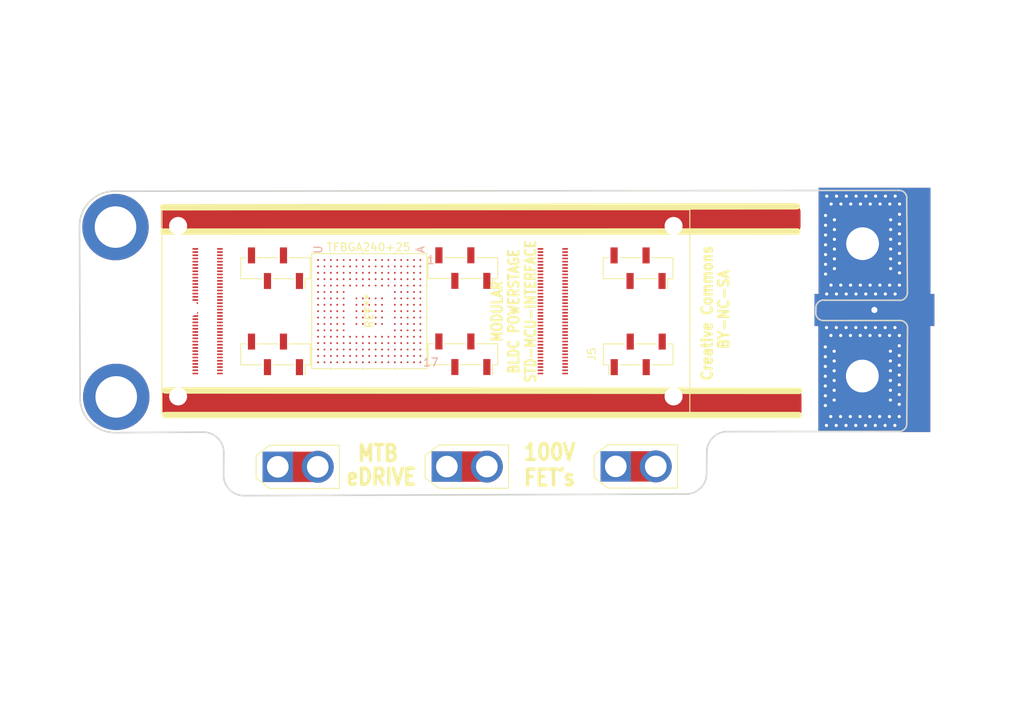
<source format=kicad_pcb>
(kicad_pcb (version 20211014) (generator pcbnew)
  (layers (0 "F.Cu" signal) (31 "B.Cu" signal) (34 "B.Paste" user) (35 "F.Paste" user) (36 "B.SilkS" user "B.Silkscreen") (37 "F.SilkS" user "F.Silkscreen") (38 "B.Mask" user) (39 "F.Mask" user) (44 "Edge.Cuts" user))
  (net 0 "")
  (net 1 "RES_GATE")
  (net 2 "V")
  (net 3 "HB1_LO")
  (net 4 "HB1_HO")
  (net 5 "VIN")
  (net 6 "GND")
  (net 7 "HB2_LO")
  (net 8 "HB2_HO")
  (net 9 "W")
  (net 10 "3.3v")
  (net 11 "GND2")
  (net 12 "ANA_OUT1")
  (net 13 "ANA_OUT2")
  (net 14 "VOLTAGE_DIV")
  (net 15 "NTC2")
  (net 16 "NTC3")
  (net 17 "U")
  (net 18 "HB3_HO")
  (net 19 "HB3_LO")
  (footprint "" (layer "F.Cu") (at 191.19 78.59 90)
    (fp_text reference "" (at 0 0 90) (layer "F.SilkS") (effects (font (size 1.27 1.27))))
    (fp_text value "" (at 0 0 90) (layer "F.SilkS") (effects (font (size 1.27 1.27))))
    (fp_text user "${REFERENCE}" (at -16.451428 -0.03 90) (layer "F.SilkS") (effects (font (size 1.27 1.27))))
    (fp_text user "${VALUE}" (at -16.451428 -0.03 90) (layer "F.SilkS") (effects (font (size 1.27 1.27))))
    (pad "1" thru_hole rect (at 0 0) (size 14 14) (drill 4.1 (offset 1.5 0)) (layers *.Cu *.Mask) (net 5 "VIN"))
  )
  (footprint "" (layer "F.Cu") (at 157.005002 98.09)
    (fp_text reference "" (at 0 0) (layer "F.SilkS") (effects (font (size 1.27 1.27))))
    (fp_text value "" (at 0 0) (layer "F.SilkS") (effects (font (size 1.27 1.27))))
  )
  (footprint "Connector_AMASS:AMASS_XT30U-F_1x02_P5.0mm_Vertical" (layer "F.Cu") (at 139.190102 106.4916)
    (fp_text reference "REF**" hide)
    (fp_text value "e" hide)
    (pad "1" smd rect (at 3.26 0) (size 3.8 3.8) (layers "F.Cu" "F.Paste" "F.Mask"))
    (pad "1" thru_hole rect (at 0 0) (size 3.8 3.8) (drill 2.7) (layers *.Cu *.Mask))
    (pad "2" thru_hole circle (at 5 0) (size 4 4) (drill 2.7) (layers *.Cu *.Mask))
  )
  (footprint "STM32H745XGH6:STM32H745XGH6" (layer "F.Cu") (at 129.475 87.035217 -90)
    (fp_text reference "REF**" (at 0 0 90) (layer "F.SilkS"))
    (fp_text value "TFBGA240+25" (at -8.005217 0.075 180) (layer "F.SilkS"))
    (fp_text user "A" (at -7.7089 -6.399999 90) (layer "B.SilkS"))
    (fp_text user "U" (at -7.7089 6.399999 90) (layer "B.SilkS"))
    (fp_text user "1" (at -6.399999 -7.7089) (layer "B.SilkS"))
    (fp_text user "17" (at 6.399999 -7.7089) (layer "B.SilkS"))
    (fp_text user "17" (at 6.399999 -7.7089) (layer "F.SilkS"))
    (fp_text user "*" (at 0 0 90) (layer "F.SilkS"))
    (fp_text user "A" (at -7.7089 -6.399999 90) (layer "F.SilkS"))
    (fp_text user "U" (at -7.7089 6.399999 90) (layer "F.SilkS"))
    (fp_text user "1" (at -6.399999 -7.7089) (layer "F.SilkS"))
    (pad "A1" smd circle locked (at -6.399999 -6.399999 270) (size 0.2286 0.2286) (layers "F.Cu" "F.Paste" "F.Mask"))
    (pad "A2" smd circle locked (at -5.599999 -6.399999 270) (size 0.2286 0.2286) (layers "F.Cu" "F.Paste" "F.Mask"))
    (pad "A3" smd circle locked (at -4.8 -6.399999 270) (size 0.2286 0.2286) (layers "F.Cu" "F.Paste" "F.Mask"))
    (pad "A4" smd circle locked (at -4 -6.399999 270) (size 0.2286 0.2286) (layers "F.Cu" "F.Paste" "F.Mask"))
    (pad "A5" smd circle locked (at -3.2 -6.399999 270) (size 0.2286 0.2286) (layers "F.Cu" "F.Paste" "F.Mask"))
    (pad "A6" smd circle locked (at -2.4 -6.399999 270) (size 0.2286 0.2286) (layers "F.Cu" "F.Paste" "F.Mask"))
    (pad "A7" smd circle locked (at -1.6 -6.399999 270) (size 0.2286 0.2286) (layers "F.Cu" "F.Paste" "F.Mask"))
    (pad "A8" smd circle locked (at -0.8 -6.399999 270) (size 0.2286 0.2286) (layers "F.Cu" "F.Paste" "F.Mask"))
    (pad "A9" smd circle locked (at 0 -6.399999 270) (size 0.2286 0.2286) (layers "F.Cu" "F.Paste" "F.Mask"))
    (pad "A10" smd circle locked (at 0.8 -6.399999 270) (size 0.2286 0.2286) (layers "F.Cu" "F.Paste" "F.Mask"))
    (pad "A11" smd circle locked (at 1.6 -6.399999 270) (size 0.2286 0.2286) (layers "F.Cu" "F.Paste" "F.Mask"))
    (pad "A12" smd circle locked (at 2.4 -6.399999 270) (size 0.2286 0.2286) (layers "F.Cu" "F.Paste" "F.Mask"))
    (pad "A13" smd circle locked (at 3.2 -6.399999 270) (size 0.2286 0.2286) (layers "F.Cu" "F.Paste" "F.Mask"))
    (pad "A14" smd circle locked (at 3.999999 -6.399999 270) (size 0.2286 0.2286) (layers "F.Cu" "F.Paste" "F.Mask"))
    (pad "A15" smd circle locked (at 4.799999 -6.399999 270) (size 0.2286 0.2286) (layers "F.Cu" "F.Paste" "F.Mask"))
    (pad "A16" smd circle locked (at 5.599999 -6.399999 270) (size 0.2286 0.2286) (layers "F.Cu" "F.Paste" "F.Mask"))
    (pad "A17" smd circle locked (at 6.399999 -6.399999 270) (size 0.2286 0.2286) (layers "F.Cu" "F.Paste" "F.Mask"))
    (pad "B1" smd circle locked (at -6.399999 -5.599999 270) (size 0.2286 0.2286) (layers "F.Cu" "F.Paste" "F.Mask"))
    (pad "B2" smd circle locked (at -5.599999 -5.599999 270) (size 0.2286 0.2286) (layers "F.Cu" "F.Paste" "F.Mask"))
    (pad "B3" smd circle locked (at -4.8 -5.599999 270) (size 0.2286 0.2286) (layers "F.Cu" "F.Paste" "F.Mask"))
    (pad "B4" smd circle locked (at -4 -5.599999 270) (size 0.2286 0.2286) (layers "F.Cu" "F.Paste" "F.Mask"))
    (pad "B5" smd circle locked (at -3.2 -5.599999 270) (size 0.2286 0.2286) (layers "F.Cu" "F.Paste" "F.Mask"))
    (pad "B6" smd circle locked (at -2.4 -5.599999 270) (size 0.2286 0.2286) (layers "F.Cu" "F.Paste" "F.Mask"))
    (pad "B7" smd circle locked (at -1.6 -5.599999 270) (size 0.2286 0.2286) (layers "F.Cu" "F.Paste" "F.Mask"))
    (pad "B8" smd circle locked (at -0.8 -5.599999 270) (size 0.2286 0.2286) (layers "F.Cu" "F.Paste" "F.Mask"))
    (pad "B9" smd circle locked (at 0 -5.599999 270) (size 0.2286 0.2286) (layers "F.Cu" "F.Paste" "F.Mask"))
    (pad "B10" smd circle locked (at 0.8 -5.599999 270) (size 0.2286 0.2286) (layers "F.Cu" "F.Paste" "F.Mask"))
    (pad "B11" smd circle locked (at 1.6 -5.599999 270) (size 0.2286 0.2286) (layers "F.Cu" "F.Paste" "F.Mask"))
    (pad "B12" smd circle locked (at 2.4 -5.599999 270) (size 0.2286 0.2286) (layers "F.Cu" "F.Paste" "F.Mask"))
    (pad "B13" smd circle locked (at 3.2 -5.599999 270) (size 0.2286 0.2286) (layers "F.Cu" "F.Paste" "F.Mask"))
    (pad "B14" smd circle locked (at 3.999999 -5.599999 270) (size 0.2286 0.2286) (layers "F.Cu" "F.Paste" "F.Mask"))
    (pad "B15" smd circle locked (at 4.799999 -5.599999 270) (size 0.2286 0.2286) (layers "F.Cu" "F.Paste" "F.Mask"))
    (pad "B16" smd circle locked (at 5.599999 -5.599999 270) (size 0.2286 0.2286) (layers "F.Cu" "F.Paste" "F.Mask"))
    (pad "B17" smd circle locked (at 6.399999 -5.599999 270) (size 0.2286 0.2286) (layers "F.Cu" "F.Paste" "F.Mask"))
    (pad "C1" smd circle locked (at -6.399999 -4.8 270) (size 0.2286 0.2286) (layers "F.Cu" "F.Paste" "F.Mask"))
    (pad "C2" smd circle locked (at -5.599999 -4.8 270) (size 0.2286 0.2286) (layers "F.Cu" "F.Paste" "F.Mask"))
    (pad "C3" smd circle locked (at -4.8 -4.8 270) (size 0.2286 0.2286) (layers "F.Cu" "F.Paste" "F.Mask"))
    (pad "C4" smd circle locked (at -4 -4.8 270) (size 0.2286 0.2286) (layers "F.Cu" "F.Paste" "F.Mask"))
    (pad "C5" smd circle locked (at -3.2 -4.8 270) (size 0.2286 0.2286) (layers "F.Cu" "F.Paste" "F.Mask"))
    (pad "C6" smd circle locked (at -2.4 -4.8 270) (size 0.2286 0.2286) (layers "F.Cu" "F.Paste" "F.Mask"))
    (pad "C7" smd circle locked (at -1.6 -4.8 270) (size 0.2286 0.2286) (layers "F.Cu" "F.Paste" "F.Mask"))
    (pad "C8" smd circle locked (at -0.8 -4.8 270) (size 0.2286 0.2286) (layers "F.Cu" "F.Paste" "F.Mask"))
    (pad "C9" smd circle locked (at 0 -4.8 270) (size 0.2286 0.2286) (layers "F.Cu" "F.Paste" "F.Mask"))
    (pad "C10" smd circle locked (at 0.8 -4.8 270) (size 0.2286 0.2286) (layers "F.Cu" "F.Paste" "F.Mask"))
    (pad "C11" smd circle locked (at 1.6 -4.8 270) (size 0.2286 0.2286) (layers "F.Cu" "F.Paste" "F.Mask"))
    (pad "C12" smd circle locked (at 2.4 -4.8 270) (size 0.2286 0.2286) (layers "F.Cu" "F.Paste" "F.Mask"))
    (pad "C13" smd circle locked (at 3.2 -4.8 270) (size 0.2286 0.2286) (layers "F.Cu" "F.Paste" "F.Mask"))
    (pad "C14" smd circle locked (at 3.999999 -4.8 270) (size 0.2286 0.2286) (layers "F.Cu" "F.Paste" "F.Mask"))
    (pad "C15" smd circle locked (at 4.799999 -4.8 270) (size 0.2286 0.2286) (layers "F.Cu" "F.Paste" "F.Mask"))
    (pad "C16" smd circle locked (at 5.599999 -4.8 270) (size 0.2286 0.2286) (layers "F.Cu" "F.Paste" "F.Mask"))
    (pad "C17" smd circle locked (at 6.399999 -4.8 270) (size 0.2286 0.2286) (layers "F.Cu" "F.Paste" "F.Mask"))
    (pad "D1" smd circle locked (at -6.399999 -4 270) (size 0.2286 0.2286) (layers "F.Cu" "F.Paste" "F.Mask"))
    (pad "D2" smd circle locked (at -5.599999 -4 270) (size 0.2286 0.2286) (layers "F.Cu" "F.Paste" "F.Mask"))
    (pad "D3" smd circle locked (at -4.8 -4 270) (size 0.2286 0.2286) (layers "F.Cu" "F.Paste" "F.Mask"))
    (pad "D4" smd circle locked (at -4 -4 270) (size 0.2286 0.2286) (layers "F.Cu" "F.Paste" "F.Mask"))
    (pad "D5" smd circle locked (at -3.2 -4 270) (size 0.2286 0.2286) (layers "F.Cu" "F.Paste" "F.Mask"))
    (pad "D6" smd circle locked (at -2.4 -4 270) (size 0.2286 0.2286) (layers "F.Cu" "F.Paste" "F.Mask"))
    (pad "D7" smd circle locked (at -1.6 -4 270) (size 0.2286 0.2286) (layers "F.Cu" "F.Paste" "F.Mask"))
    (pad "D8" smd circle locked (at -0.8 -4 270) (size 0.2286 0.2286) (layers "F.Cu" "F.Paste" "F.Mask"))
    (pad "D9" smd circle locked (at 0 -4 270) (size 0.2286 0.2286) (layers "F.Cu" "F.Paste" "F.Mask"))
    (pad "D10" smd circle locked (at 0.8 -4 270) (size 0.2286 0.2286) (layers "F.Cu" "F.Paste" "F.Mask"))
    (pad "D11" smd circle locked (at 1.6 -4 270) (size 0.2286 0.2286) (layers "F.Cu" "F.Paste" "F.Mask"))
    (pad "D12" smd circle locked (at 2.4 -4 270) (size 0.2286 0.2286) (layers "F.Cu" "F.Paste" "F.Mask"))
    (pad "D13" smd circle locked (at 3.2 -4 270) (size 0.2286 0.2286) (layers "F.Cu" "F.Paste" "F.Mask"))
    (pad "D14" smd circle locked (at 3.999999 -4 270) (size 0.2286 0.2286) (layers "F.Cu" "F.Paste" "F.Mask"))
    (pad "D15" smd circle locked (at 4.799999 -4 270) (size 0.2286 0.2286) (layers "F.Cu" "F.Paste" "F.Mask"))
    (pad "D16" smd circle locked (at 5.599999 -4 270) (size 0.2286 0.2286) (layers "F.Cu" "F.Paste" "F.Mask"))
    (pad "D17" smd circle locked (at 6.399999 -4 270) (size 0.2286 0.2286) (layers "F.Cu" "F.Paste" "F.Mask"))
    (pad "E1" smd circle locked (at -6.399999 -3.2 270) (size 0.2286 0.2286) (layers "F.Cu" "F.Paste" "F.Mask"))
    (pad "E2" smd circle locked (at -5.599999 -3.2 270) (size 0.2286 0.2286) (layers "F.Cu" "F.Paste" "F.Mask"))
    (pad "E3" smd circle locked (at -4.8 -3.2 270) (size 0.2286 0.2286) (layers "F.Cu" "F.Paste" "F.Mask"))
    (pad "E4" smd circle locked (at -4 -3.2 270) (size 0.2286 0.2286) (layers "F.Cu" "F.Paste" "F.Mask"))
    (pad "E5" smd circle locked (at -3.2 -3.2 270) (size 0.2286 0.2286) (layers "F.Cu" "F.Paste" "F.Mask"))
    (pad "E6" smd circle locked (at -2.4 -3.2 270) (size 0.2286 0.2286) (layers "F.Cu" "F.Paste" "F.Mask"))
    (pad "E7" smd circle locked (at -1.6 -3.2 270) (size 0.2286 0.2286) (layers "F.Cu" "F.Paste" "F.Mask"))
    (pad "E8" smd circle locked (at -0.8 -3.2 270) (size 0.2286 0.2286) (layers "F.Cu" "F.Paste" "F.Mask"))
    (pad "E9" smd circle locked (at 0 -3.2 270) (size 0.2286 0.2286) (layers "F.Cu" "F.Paste" "F.Mask"))
    (pad "E10" smd circle locked (at 0.8 -3.2 270) (size 0.2286 0.2286) (layers "F.Cu" "F.Paste" "F.Mask"))
    (pad "E11" smd circle locked (at 1.6 -3.2 270) (size 0.2286 0.2286) (layers "F.Cu" "F.Paste" "F.Mask"))
    (pad "E12" smd circle locked (at 2.4 -3.2 270) (size 0.2286 0.2286) (layers "F.Cu" "F.Paste" "F.Mask"))
    (pad "E13" smd circle locked (at 3.2 -3.2 270) (size 0.2286 0.2286) (layers "F.Cu" "F.Paste" "F.Mask"))
    (pad "E14" smd circle locked (at 3.999999 -3.2 270) (size 0.2286 0.2286) (layers "F.Cu" "F.Paste" "F.Mask"))
    (pad "E15" smd circle locked (at 4.799999 -3.2 270) (size 0.2286 0.2286) (layers "F.Cu" "F.Paste" "F.Mask"))
    (pad "E16" smd circle locked (at 5.599999 -3.2 270) (size 0.2286 0.2286) (layers "F.Cu" "F.Paste" "F.Mask"))
    (pad "E17" smd circle locked (at 6.399999 -3.2 270) (size 0.2286 0.2286) (layers "F.Cu" "F.Paste" "F.Mask"))
    (pad "F1" smd circle locked (at -6.399999 -2.4 270) (size 0.2286 0.2286) (layers "F.Cu" "F.Paste" "F.Mask"))
    (pad "F2" smd circle locked (at -5.599999 -2.4 270) (size 0.2286 0.2286) (layers "F.Cu" "F.Paste" "F.Mask"))
    (pad "F3" smd circle locked (at -4.8 -2.4 270) (size 0.2286 0.2286) (layers "F.Cu" "F.Paste" "F.Mask"))
    (pad "F4" smd circle locked (at -4 -2.4 270) (size 0.2286 0.2286) (layers "F.Cu" "F.Paste" "F.Mask"))
    (pad "F5" smd circle locked (at -3.2 -2.4 270) (size 0.2286 0.2286) (layers "F.Cu" "F.Paste" "F.Mask"))
    (pad "F13" smd circle locked (at 3.2 -2.4 270) (size 0.2286 0.2286) (layers "F.Cu" "F.Paste" "F.Mask"))
    (pad "F14" smd circle locked (at 3.999999 -2.4 270) (size 0.2286 0.2286) (layers "F.Cu" "F.Paste" "F.Mask"))
    (pad "F15" smd circle locked (at 4.799999 -2.4 270) (size 0.2286 0.2286) (layers "F.Cu" "F.Paste" "F.Mask"))
    (pad "F16" smd circle locked (at 5.599999 -2.4 270) (size 0.2286 0.2286) (layers "F.Cu" "F.Paste" "F.Mask"))
    (pad "F17" smd circle locked (at 6.399999 -2.4 270) (size 0.2286 0.2286) (layers "F.Cu" "F.Paste" "F.Mask"))
    (pad "G1" smd circle locked (at -6.399999 -1.6 270) (size 0.2286 0.2286) (layers "F.Cu" "F.Paste" "F.Mask"))
    (pad "G2" smd circle locked (at -5.599999 -1.6 270) (size 0.2286 0.2286) (layers "F.Cu" "F.Paste" "F.Mask"))
    (pad "G3" smd circle locked (at -4.8 -1.6 270) (size 0.2286 0.2286) (layers "F.Cu" "F.Paste" "F.Mask"))
    (pad "G4" smd circle locked (at -4 -1.6 270) (size 0.2286 0.2286) (layers "F.Cu" "F.Paste" "F.Mask"))
    (pad "G5" smd circle locked (at -3.2 -1.6 270) (size 0.2286 0.2286) (layers "F.Cu" "F.Paste" "F.Mask"))
    (pad "G7" smd circle locked (at -1.6 -1.6 270) (size 0.2286 0.2286) (layers "F.Cu" "F.Paste" "F.Mask"))
    (pad "G8" smd circle locked (at -0.8 -1.6 270) (size 0.2286 0.2286) (layers "F.Cu" "F.Paste" "F.Mask"))
    (pad "G9" smd circle locked (at 0 -1.6 270) (size 0.2286 0.2286) (layers "F.Cu" "F.Paste" "F.Mask"))
    (pad "G10" smd circle locked (at 0.8 -1.6 270) (size 0.2286 0.2286) (layers "F.Cu" "F.Paste" "F.Mask"))
    (pad "G11" smd circle locked (at 1.6 -1.6 270) (size 0.2286 0.2286) (layers "F.Cu" "F.Paste" "F.Mask"))
    (pad "G13" smd circle locked (at 3.2 -1.6 270) (size 0.2286 0.2286) (layers "F.Cu" "F.Paste" "F.Mask"))
    (pad "G14" smd circle locked (at 3.999999 -1.6 270) (size 0.2286 0.2286) (layers "F.Cu" "F.Paste" "F.Mask"))
    (pad "G15" smd circle locked (at 4.799999 -1.6 270) (size 0.2286 0.2286) (layers "F.Cu" "F.Paste" "F.Mask"))
    (pad "G16" smd circle locked (at 5.599999 -1.6 270) (size 0.2286 0.2286) (layers "F.Cu" "F.Paste" "F.Mask"))
    (pad "G17" smd circle locked (at 6.399999 -1.6 270) (size 0.2286 0.2286) (layers "F.Cu" "F.Paste" "F.Mask"))
    (pad "H1" smd circle locked (at -6.399999 -0.8 270) (size 0.2286 0.2286) (layers "F.Cu" "F.Paste" "F.Mask"))
    (pad "H2" smd circle locked (at -5.599999 -0.8 270) (size 0.2286 0.2286) (layers "F.Cu" "F.Paste" "F.Mask"))
    (pad "H3" smd circle locked (at -4.8 -0.8 270) (size 0.2286 0.2286) (layers "F.Cu" "F.Paste" "F.Mask"))
    (pad "H4" smd circle locked (at -4 -0.8 270) (size 0.2286 0.2286) (layers "F.Cu" "F.Paste" "F.Mask"))
    (pad "H5" smd circle locked (at -3.2 -0.8 270) (size 0.2286 0.2286) (layers "F.Cu" "F.Paste" "F.Mask"))
    (pad "H7" smd circle locked (at -1.6 -0.8 270) (size 0.2286 0.2286) (layers "F.Cu" "F.Paste" "F.Mask"))
    (pad "H8" smd circle locked (at -0.8 -0.8 270) (size 0.2286 0.2286) (layers "F.Cu" "F.Paste" "F.Mask"))
    (pad "H9" smd circle locked (at 0 -0.8 270) (size 0.2286 0.2286) (layers "F.Cu" "F.Paste" "F.Mask"))
    (pad "H10" smd circle locked (at 0.8 -0.8 270) (size 0.2286 0.2286) (layers "F.Cu" "F.Paste" "F.Mask"))
    (pad "H11" smd circle locked (at 1.6 -0.8 270) (size 0.2286 0.2286) (layers "F.Cu" "F.Paste" "F.Mask"))
    (pad "H13" smd circle locked (at 3.2 -0.8 270) (size 0.2286 0.2286) (layers "F.Cu" "F.Paste" "F.Mask"))
    (pad "H14" smd circle locked (at 3.999999 -0.8 270) (size 0.2286 0.2286) (layers "F.Cu" "F.Paste" "F.Mask"))
    (pad "H15" smd circle locked (at 4.799999 -0.8 270) (size 0.2286 0.2286) (layers "F.Cu" "F.Paste" "F.Mask"))
    (pad "H16" smd circle locked (at 5.599999 -0.8 270) (size 0.2286 0.2286) (layers "F.Cu" "F.Paste" "F.Mask"))
    (pad "H17" smd circle locked (at 6.399999 -0.8 270) (size 0.2286 0.2286) (layers "F.Cu" "F.Paste" "F.Mask"))
    (pad "J1" smd circle locked (at -6.399999 0 270) (size 0.2286 0.2286) (layers "F.Cu" "F.Paste" "F.Mask"))
    (pad "J2" smd circle locked (at -5.599999 0 270) (size 0.2286 0.2286) (layers "F.Cu" "F.Paste" "F.Mask"))
    (pad "J3" smd circle locked (at -4.8 0 270) (size 0.2286 0.2286) (layers "F.Cu" "F.Paste" "F.Mask"))
    (pad "J4" smd circle locked (at -4 0 270) (size 0.2286 0.2286) (layers "F.Cu" "F.Paste" "F.Mask"))
    (pad "J5" smd circle locked (at -3.2 0 270) (size 0.2286 0.2286) (layers "F.Cu" "F.Paste" "F.Mask"))
    (pad "J7" smd circle locked (at -1.6 0 270) (size 0.2286 0.2286) (layers "F.Cu" "F.Paste" "F.Mask"))
    (pad "J8" smd circle locked (at -0.8 0 270) (size 0.2286 0.2286) (layers "F.Cu" "F.Paste" "F.Mask"))
    (pad "J9" smd circle locked (at 0 0 270) (size 0.2286 0.2286) (layers "F.Cu" "F.Paste" "F.Mask"))
    (pad "J10" smd circle locked (at 0.8 0 270) (size 0.2286 0.2286) (layers "F.Cu" "F.Paste" "F.Mask"))
    (pad "J11" smd circle locked (at 1.6 0 270) (size 0.2286 0.2286) (layers "F.Cu" "F.Paste" "F.Mask"))
    (pad "J13" smd circle locked (at 3.2 0 270) (size 0.2286 0.2286) (layers "F.Cu" "F.Paste" "F.Mask"))
    (pad "J14" smd circle locked (at 3.999999 0 270) (size 0.2286 0.2286) (layers "F.Cu" "F.Paste" "F.Mask"))
    (pad "J15" smd circle locked (at 4.799999 0 270) (size 0.2286 0.2286) (layers "F.Cu" "F.Paste" "F.Mask"))
    (pad "J16" smd circle locked (at 5.599999 0 270) (size 0.2286 0.2286) (layers "F.Cu" "F.Paste" "F.Mask"))
    (pad "J17" smd circle locked (at 6.399999 0 270) (size 0.2286 0.2286) (layers "F.Cu" "F.Paste" "F.Mask"))
    (pad "K1" smd circle locked (at -6.399999 0.8 270) (size 0.2286 0.2286) (layers "F.Cu" "F.Paste" "F.Mask"))
    (pad "K2" smd circle locked (at -5.599999 0.8 270) (size 0.2286 0.2286) (layers "F.Cu" "F.Paste" "F.Mask"))
    (pad "K3" smd circle locked (at -4.8 0.8 270) (size 0.2286 0.2286) (layers "F.Cu" "F.Paste" "F.Mask"))
    (pad "K4" smd circle locked (at -4 0.8 270) (size 0.2286 0.2286) (layers "F.Cu" "F.Paste" "F.Mask"))
    (pad "K5" smd circle locked (at -3.2 0.8 270) (size 0.2286 0.2286) (layers "F.Cu" "F.Paste" "F.Mask"))
    (pad "K7" smd circle locked (at -1.6 0.8 270) (size 0.2286 0.2286) (layers "F.Cu" "F.Paste" "F.Mask"))
    (pad "K8" smd circle locked (at -0.8 0.8 270) (size 0.2286 0.2286) (layers "F.Cu" "F.Paste" "F.Mask"))
    (pad "K9" smd circle locked (at 0 0.8 270) (size 0.2286 0.2286) (layers "F.Cu" "F.Paste" "F.Mask"))
    (pad "K10" smd circle locked (at 0.8 0.8 270) (size 0.2286 0.2286) (layers "F.Cu" "F.Paste" "F.Mask"))
    (pad "K11" smd circle locked (at 1.6 0.8 270) (size 0.2286 0.2286) (layers "F.Cu" "F.Paste" "F.Mask"))
    (pad "K13" smd circle locked (at 3.2 0.8 270) (size 0.2286 0.2286) (layers "F.Cu" "F.Paste" "F.Mask"))
    (pad "K14" smd circle locked (at 3.999999 0.8 270) (size 0.2286 0.2286) (layers "F.Cu" "F.Paste" "F.Mask"))
    (pad "K15" smd circle locked (at 4.799999 0.8 270) (size 0.2286 0.2286) (layers "F.Cu" "F.Paste" "F.Mask"))
    (pad "K16" smd circle locked (at 5.599999 0.8 270) (size 0.2286 0.2286) (layers "F.Cu" "F.Paste" "F.Mask"))
    (pad "K17" smd circle locked (at 6.399999 0.8 270) (size 0.2286 0.2286) (layers "F.Cu" "F.Paste" "F.Mask"))
    (pad "L1" smd circle locked (at -6.399999 1.6 270) (size 0.2286 0.2286) (layers "F.Cu" "F.Paste" "F.Mask"))
    (pad "L2" smd circle locked (at -5.599999 1.6 270) (size 0.2286 0.2286) (layers "F.Cu" "F.Paste" "F.Mask"))
    (pad "L3" smd circle locked (at -4.8 1.6 270) (size 0.2286 0.2286) (layers "F.Cu" "F.Paste" "F.Mask"))
    (pad "L4" smd circle locked (at -4 1.6 270) (size 0.2286 0.2286) (layers "F.Cu" "F.Paste" "F.Mask"))
    (pad "L5" smd circle locked (at -3.2 1.6 270) (size 0.2286 0.2286) (layers "F.Cu" "F.Paste" "F.Mask"))
    (pad "L7" smd circle locked (at -1.6 1.6 270) (size 0.2286 0.2286) (layers "F.Cu" "F.Paste" "F.Mask"))
    (pad "L8" smd circle locked (at -0.8 1.6 270) (size 0.2286 0.2286) (layers "F.Cu" "F.Paste" "F.Mask"))
    (pad "L9" smd circle locked (at 0 1.6 270) (size 0.2286 0.2286) (layers "F.Cu" "F.Paste" "F.Mask"))
    (pad "L10" smd circle locked (at 0.8 1.6 270) (size 0.2286 0.2286) (layers "F.Cu" "F.Paste" "F.Mask"))
    (pad "L11" smd circle locked (at 1.6 1.6 270) (size 0.2286 0.2286) (layers "F.Cu" "F.Paste" "F.Mask"))
    (pad "L13" smd circle locked (at 3.2 1.6 270) (size 0.2286 0.2286) (layers "F.Cu" "F.Paste" "F.Mask"))
    (pad "L14" smd circle locked (at 3.999999 1.6 270) (size 0.2286 0.2286) (layers "F.Cu" "F.Paste" "F.Mask"))
    (pad "L15" smd circle locked (at 4.799999 1.6 270) (size 0.2286 0.2286) (layers "F.Cu" "F.Paste" "F.Mask"))
    (pad "L16" smd circle locked (at 5.599999 1.6 270) (size 0.2286 0.2286) (layers "F.Cu" "F.Paste" "F.Mask"))
    (pad "L17" smd circle locked (at 6.399999 1.6 270) (size 0.2286 0.2286) (layers "F.Cu" "F.Paste" "F.Mask"))
    (pad "M1" smd circle locked (at -6.399999 2.4 270) (size 0.2286 0.2286) (layers "F.Cu" "F.Paste" "F.Mask"))
    (pad "M2" smd circle locked (at -5.599999 2.4 270) (size 0.2286 0.2286) (layers "F.Cu" "F.Paste" "F.Mask"))
    (pad "M3" smd circle locked (at -4.8 2.4 270) (size 0.2286 0.2286) (layers "F.Cu" "F.Paste" "F.Mask"))
    (pad "M4" smd circle locked (at -4 2.4 270) (size 0.2286 0.2286) (layers "F.Cu" "F.Paste" "F.Mask"))
    (pad "M5" smd circle locked (at -3.2 2.4 270) (size 0.2286 0.2286) (layers "F.Cu" "F.Paste" "F.Mask"))
    (pad "M13" smd circle locked (at 3.2 2.4 270) (size 0.2286 0.2286) (layers "F.Cu" "F.Paste" "F.Mask"))
    (pad "M14" smd circle locked (at 3.999999 2.4 270) (size 0.2286 0.2286) (layers "F.Cu" "F.Paste" "F.Mask"))
    (pad "M15" smd circle locked (at 4.799999 2.4 270) (size 0.2286 0.2286) (layers "F.Cu" "F.Paste" "F.Mask"))
    (pad "M16" smd circle locked (at 5.599999 2.4 270) (size 0.2286 0.2286) (layers "F.Cu" "F.Paste" "F.Mask"))
    (pad "M17" smd circle locked (at 6.399999 2.4 270) (size 0.2286 0.2286) (layers "F.Cu" "F.Paste" "F.Mask"))
    (pad "N1" smd circle locked (at -6.399999 3.2 270) (size 0.2286 0.2286) (layers "F.Cu" "F.Paste" "F.Mask"))
    (pad "N2" smd circle locked (at -5.599999 3.2 270) (size 0.2286 0.2286) (layers "F.Cu" "F.Paste" "F.Mask"))
    (pad "N3" smd circle locked (at -4.8 3.2 270) (size 0.2286 0.2286) (layers "F.Cu" "F.Paste" "F.Mask"))
    (pad "N4" smd circle locked (at -4 3.2 270) (size 0.2286 0.2286) (layers "F.Cu" "F.Paste" "F.Mask"))
    (pad "N5" smd circle locked (at -3.2 3.2 270) (size 0.2286 0.2286) (layers "F.Cu" "F.Paste" "F.Mask"))
    (pad "N6" smd circle locked (at -2.4 3.2 270) (size 0.2286 0.2286) (layers "F.Cu" "F.Paste" "F.Mask"))
    (pad "N7" smd circle locked (at -1.6 3.2 270) (size 0.2286 0.2286) (layers "F.Cu" "F.Paste" "F.Mask"))
    (pad "N8" smd circle locked (at -0.8 3.2 270) (size 0.2286 0.2286) (layers "F.Cu" "F.Paste" "F.Mask"))
    (pad "N9" smd circle locked (at 0 3.2 270) (size 0.2286 0.2286) (layers "F.Cu" "F.Paste" "F.Mask"))
    (pad "N10" smd circle locked (at 0.8 3.2 270) (size 0.2286 0.2286) (layers "F.Cu" "F.Paste" "F.Mask"))
    (pad "N11" smd circle locked (at 1.6 3.2 270) (size 0.2286 0.2286) (layers "F.Cu" "F.Paste" "F.Mask"))
    (pad "N12" smd circle locked (at 2.4 3.2 270) (size 0.2286 0.2286) (layers "F.Cu" "F.Paste" "F.Mask"))
    (pad "N13" smd circle locked (at 3.2 3.2 270) (size 0.2286 0.2286) (layers "F.Cu" "F.Paste" "F.Mask"))
    (pad "N14" smd circle locked (at 3.999999 3.2 270) (size 0.2286 0.2286) (layers "F.Cu" "F.Paste" "F.Mask"))
    (pad "N15" smd circle locked (at 4.799999 3.2 270) (size 0.2286 0.2286) (layers "F.Cu" "F.Paste" "F.Mask"))
    (pad "N16" smd circle locked (at 5.599999 3.2 270) (size 0.2286 0.2286) (layers "F.Cu" "F.Paste" "F.Mask"))
    (pad "N17" smd circle locked (at 6.399999 3.2 270) (size 0.2286 0.2286) (layers "F.Cu" "F.Paste" "F.Mask"))
    (pad "P1" smd circle locked (at -6.399999 3.999999 270) (size 0.2286 0.2286) (layers "F.Cu" "F.Paste" "F.Mask"))
    (pad "P2" smd circle locked (at -5.599999 3.999999 270) (size 0.2286 0.2286) (layers "F.Cu" "F.Paste" "F.Mask"))
    (pad "P3" smd circle locked (at -4.8 3.999999 270) (size 0.2286 0.2286) (layers "F.Cu" "F.Paste" "F.Mask"))
    (pad "P4" smd circle locked (at -4 3.999999 270) (size 0.2286 0.2286) (layers "F.Cu" "F.Paste" "F.Mask"))
    (pad "P5" smd circle locked (at -3.2 3.999999 270) (size 0.2286 0.2286) (layers "F.Cu" "F.Paste" "F.Mask"))
    (pad "P6" smd circle locked (at -2.4 3.999999 270) (size 0.2286 0.2286) (layers "F.Cu" "F.Paste" "F.Mask"))
    (pad "P7" smd circle locked (at -1.6 3.999999 270) (size 0.2286 0.2286) (layers "F.Cu" "F.Paste" "F.Mask"))
    (pad "P8" smd circle locked (at -0.8 3.999999 270) (size 0.2286 0.2286) (layers "F.Cu" "F.Paste" "F.Mask"))
    (pad "P9" smd circle locked (at 0 3.999999 270) (size 0.2286 0.2286) (layers "F.Cu" "F.Paste" "F.Mask"))
    (pad "P10" smd circle locked (at 0.8 3.999999 270) (size 0.2286 0.2286) (layers "F.Cu" "F.Paste" "F.Mask"))
    (pad "P11" smd circle locked (at 1.6 3.999999 270) (size 0.2286 0.2286) (layers "F.Cu" "F.Paste" "F.Mask"))
    (pad "P12" smd circle locked (at 2.4 3.999999 270) (size 0.2286 0.2286) (layers "F.Cu" "F.Paste" "F.Mask"))
    (pad "P13" smd circle locked (at 3.2 3.999999 270) (size 0.2286 0.2286) (layers "F.Cu" "F.Paste" "F.Mask"))
    (pad "P14" smd circle locked (at 3.999999 3.999999 270) (size 0.2286 0.2286) (layers "F.Cu" "F.Paste" "F.Mask"))
    (pad "P15" smd circle locked (at 4.799999 3.999999 270) (size 0.2286 0.2286) (layers "F.Cu" "F.Paste" "F.Mask"))
    (pad "P16" smd circle locked (at 5.599999 3.999999 270) (size 0.2286 0.2286) (layers "F.Cu" "F.Paste" "F.Mask"))
    (pad "P17" smd circle locked (at 6.399999 3.999999 270) (size 0.2286 0.2286) (layers "F.Cu" "F.Paste" "F.Mask"))
    (pad "R1" smd circle locked (at -6.399999 4.799999 270) (size 0.2286 0.2286) (layers "F.Cu" "F.Paste" "F.Mask"))
    (pad "R2" smd circle locked (at -5.599999 4.799999 270) (size 0.2286 0.2286) (layers "F.Cu" "F.Paste" "F.Mask"))
    (pad "R3" smd circle locked (at -4.8 4.799999 270) (size 0.2286 0.2286) (layers "F.Cu" "F.Paste" "F.Mask"))
    (pad "R4" smd circle locked (at -4 4.799999 270) (size 0.2286 0.2286) (layers "F.Cu" "F.Paste" "F.Mask"))
    (pad "R5" smd circle locked (at -3.2 4.799999 270) (size 0.2286 0.2286) (layers "F.Cu" "F.Paste" "F.Mask"))
    (pad "R6" smd circle locked (at -2.4 4.799999 270) (size 0.2286 0.2286) (layers "F.Cu" "F.Paste" "F.Mask"))
    (pad "R7" smd circle locked (at -1.6 4.799999 270) (size 0.2286 0.2286) (layers "F.Cu" "F.Paste" "F.Mask"))
    (pad "R8" smd circle locked (at -0.8 4.799999 270) (size 0.2286 0.2286) (layers "F.Cu" "F.Paste" "F.Mask"))
    (pad "R9" smd circle locked (at 0 4.799999 270) (size 0.2286 0.2286) (layers "F.Cu" "F.Paste" "F.Mask"))
    (pad "R10" smd circle locked (at 0.8 4.799999 270) (size 0.2286 0.2286) (layers "F.Cu" "F.Paste" "F.Mask"))
    (pad "R11" smd circle locked (at 1.6 4.799999 270) (size 0.2286 0.2286) (layers "F.Cu" "F.Paste" "F.Mask"))
    (pad "R12" smd circle locked (at 2.4 4.799999 270) (size 0.2286 0.2286) (layers "F.Cu" "F.Paste" "F.Mask"))
    (pad "R13" smd circle locked (at 3.2 4.799999 270) (size 0.2286 0.2286) (layers "F.Cu" "F.Paste" "F.Mask"))
    (pad "R14" smd circle locked (at 3.999999 4.799999 270) (size 0.2286 0.2286) (layers "F.Cu" "F.Paste" "F.Mask"))
    (pad "R15" smd circle locked (at 4.799999 4.799999 270) (size 0.2286 0.2286) (layers "F.Cu" "F.Paste" "F.Mask"))
    (pad "R16" smd circle locked (at 5.599999 4.799999 270) (size 0.2286 0.2286) (layers "F.Cu" "F.Paste" "F.Mask"))
    (pad "R17" smd circle locked (at 6.399999 4.799999 270) (size 0.2286 0.2286) (layers "F.Cu" "F.Paste" "F.Mask"))
    (pad "T1" smd circle locked (at -6.399999 5.599999 270) (size 0.2286 0.2286) (layers "F.Cu" "F.Paste" "F.Mask"))
    (pad "T2" smd circle locked (at -5.599999 5.599999 270) (size 0.2286 0.2286) (layers "F.Cu" "F.Paste" "F.Mask"))
    (pad "T3" smd circle locked (at -4.8 5.599999 270) (size 0.2286 0.2286) (layers "F.Cu" "F.Paste" "F.Mask"))
    (pad "T4" smd circle locked (at -4 5.599999 270) (size 0.2286 0.2286) (layers "F.Cu" "F.Paste" "F.Mask"))
    (pad "T5" smd circle locked (at -3.2 5.599999 270) (size 0.2286 0.2286) (layers "F.Cu" "F.Paste" "F.Mask"))
    (pad "T6" smd circle locked (at -2.4 5.599999 270) (size 0.2286 0.2286) (layers "F.Cu" "F.Paste" "F.Mask"))
    (pad "T7" smd circle locked (at -1.6 5.599999 270) (size 0.2286 0.2286) (layers "F.Cu" "F.Paste" "F.Mask"))
    (pad "T8" smd circle locked (at -0.8 5.599999 270) (size 0.2286 0.2286) (layers "F.Cu" "F.Paste" "F.Mask"))
    (pad "T9" smd circle locked (at 0 5.599999 270) (size 0.2286 0.2286) (layers "F.Cu" "F.Paste" "F.Mask"))
    (pad "T10" smd circle locked (at 0.8 5.599999 270) (size 0.2286 0.2286) (layers "F.Cu" "F.Paste" "F.Mask"))
    (pad "T11" smd circle locked (at 1.6 5.599999 270) (size 0.2286 0.2286) (layers "F.Cu" "F.Paste" "F.Mask"))
    (pad "T12" smd circle locked (at 2.4 5.599999 270) (size 0.2286 0.2286) (layers "F.Cu" "F.Paste" "F.Mask"))
    (pad "T13" smd circle locked (at 3.2 5.599999 270) (size 0.2286 0.2286) (layers "F.Cu" "F.Paste" "F.Mask"))
    (pad "T14" smd circle locked (at 3.999999 5.599999 270) (size 0.2286 0.2286) (layers "F.Cu" "F.Paste" "F.Mask"))
    (pad "T15" smd circle locked (at 4.799999 5.599999 270) (size 0.2286 0.2286) (layers "F.Cu" "F.Paste" "F.Mask"))
    (pad "T16" smd circle locked (at 5.599999 5.599999 270) (size 0.2286 0.2286) (layers "F.Cu" "F.Paste" "F.Mask"))
    (pad "T17" smd circle locked (at 6.399999 5.599999 270) (size 0.2286 0.2286) (layers "F.Cu" "F.Paste" "F.Mask"))
    (pad "U1" smd circle locked (at -6.399999 6.399999 270) (size 0.2286 0.2286) (layers "F.Cu" "F.Paste" "F.Mask"))
    (pad "U2" smd circle locked (at -5.599999 6.399999 270) (size 0.2286 0.2286) (layers "F.Cu" "F.Paste" "F.Mask"))
    (pad "U3" smd circle locked (at -4.8 6.399999 270) (size 0.2286 0.2286) (layers "F.Cu" "F.Paste" "F.Mask"))
    (pad "U4" smd circle locked (at -4 6.399999 270) (size 0.2286 0.2286) (layers "F.Cu" "F.Paste" "F.Mask"))
    (pad "U5" smd circle locked (at -3.2 6.399999 270) (size 0.2286 0.2286) (layers "F.Cu" "F.Paste" "F.Mask"))
    (pad "U6" smd circle locked (at -2.4 6.399999 270) (size 0.2286 0.2286) (layers "F.Cu" "F.Paste" "F.Mask"))
    (pad "U7" smd circle locked (at -1.6 6.399999 270) (size 0.2286 0.2286) (layers "F.Cu" "F.Paste" "F.Mask"))
    (pad "U8" smd circle locked (at -0.8 6.399999 270) (size 0.2286 0.2286) (layers "F.Cu" "F.Paste" "F.Mask"))
    (pad "U9" smd circle locked (at 0 6.399999 270) (size 0.2286 0.2286) (layers "F.Cu" "F.Paste" "F.Mask"))
    (pad "U10" smd circle locked (at 0.8 6.399999 270) (size 0.2286 0.2286) (layers "F.Cu" "F.Paste" "F.Mask"))
    (pad "U11" smd circle locked (at 1.6 6.399999 270) (size 0.2286 0.2286) (layers "F.Cu" "F.Paste" "F.Mask"))
    (pad "U12" smd circle locked (at 2.4 6.399999 270) (size 0.2286 0.2286) (layers "F.Cu" "F.Paste" "F.Mask"))
    (pad "U13" smd circle locked (at 3.2 6.399999 270) (size 0.2286 0.2286) (layers "F.Cu" "F.Paste" "F.Mask"))
    (pad "U14" smd circle locked (at 3.999999 6.399999 270) (size 0.2286 0.2286) (layers "F.Cu" "F.Paste" "F.Mask"))
    (pad "U15" smd circle locked (at 4.799999 6.399999 270) (size 0.2286 0.2286) (layers "F.Cu" "F.Paste" "F.Mask"))
    (pad "U16" smd circle locked (at 5.599999 6.399999 270) (size 0.2286 0.2286) (layers "F.Cu" "F.Paste" "F.Mask"))
    (pad "U17" smd circle locked (at 6.399999 6.399999 270) (size 0.2286 0.2286) (layers "F.Cu" "F.Paste" "F.Mask"))
  )
  (footprint "BusBar" (layer "F.Cu") (at 160.82 78.62 180)
    (fp_text reference "REF**" hide)
    (fp_text value "BusBar")
    (pad "1" smd oval (at -11.573156 3.05 180) (size 1 2) (layers "F.Cu" "F.Paste" "F.Mask"))
    (pad "1" smd oval (at 23.526841 3.05 180) (size 1 2) (layers "F.Cu" "F.Paste" "F.Mask"))
    (pad "1" smd oval (at -16.178945 3.05 180) (size 1 2) (layers "F.Cu" "F.Paste" "F.Mask"))
    (pad "1" smd oval (at 32.738419 3.05 180) (size 1 2) (layers "F.Cu" "F.Paste" "F.Mask"))
    (pad "1" smd oval (at 17.385789 3.05 180) (size 1 2) (layers "F.Cu" "F.Paste" "F.Mask"))
    (pad "1" smd oval (at 31.203156 3.05 180) (size 1 2) (layers "F.Cu" "F.Paste" "F.Mask"))
    (pad "1" smd oval (at -2.361578 3.05 180) (size 1 2) (layers "F.Cu" "F.Paste" "F.Mask"))
    (pad "1" smd oval (at 20.456315 3.05 180) (size 1 2) (layers "F.Cu" "F.Paste" "F.Mask"))
    (pad "1" smd oval (at 6.85 3.05 180) (size 1 2) (layers "F.Cu" "F.Paste" "F.Mask"))
    (pad "1" smd oval (at 28.13263 3.05 180) (size 1 2) (layers "F.Cu" "F.Paste" "F.Mask"))
    (pad "1" smd oval (at -0.826315 3.05 180) (size 1 2) (layers "F.Cu" "F.Paste" "F.Mask"))
    (pad "1" smd oval (at 11.455792 3.05 180) (size 1 2) (layers "F.Cu" "F.Paste" "F.Mask"))
    (pad "1" smd oval (at 0.708948 3.05 180) (size 1 2) (layers "F.Cu" "F.Paste" "F.Mask"))
    (pad "1" smd oval (at 44.965266 3.05 180) (size 1 2) (layers "F.Cu" "F.Paste" "F.Mask"))
    (pad "1" smd oval (at 35.808945 3.05 180) (size 1 2) (layers "F.Cu" "F.Paste" "F.Mask"))
    (pad "1" smd oval (at -17.714208 3.05 180) (size 1 2) (layers "F.Cu" "F.Paste" "F.Mask"))
    (pad "1" smd oval (at 41.95 3.05 180) (size 1 2) (layers "F.Cu" "F.Paste" "F.Mask"))
    (pad "1" smd oval (at -13.108419 3.05 180) (size 1 2) (layers "F.Cu" "F.Paste" "F.Mask"))
    (pad "1" smd oval (at 3.779474 3.05 180) (size 1 2) (layers "F.Cu" "F.Paste" "F.Mask"))
    (pad "1" smd oval (at 34.273682 3.05 180) (size 1 2) (layers "F.Cu" "F.Paste" "F.Mask"))
    (pad "1" smd oval (at 29.667893 3.05 180) (size 1 2) (layers "F.Cu" "F.Paste" "F.Mask"))
    (pad "1" smd oval (at 9.920526 3.05 180) (size 1 2) (layers "F.Cu" "F.Paste" "F.Mask"))
    (pad "1" smd oval (at 8.385263 3.05 180) (size 1 2) (layers "F.Cu" "F.Paste" "F.Mask"))
    (pad "1" smd oval (at 5.314737 3.05 180) (size 1 2) (layers "F.Cu" "F.Paste" "F.Mask"))
    (pad "1" smd oval (at -6.967367 3.05 180) (size 1 2) (layers "F.Cu" "F.Paste" "F.Mask"))
    (pad "1" smd oval (at 25.062104 3.05 180) (size 1 2) (layers "F.Cu" "F.Paste" "F.Mask"))
    (pad "1" smd oval (at 15.850526 3.05 180) (size 1 2) (layers "F.Cu" "F.Paste" "F.Mask"))
    (pad "1" smd oval (at 18.921052 3.05 180) (size 1 2) (layers "F.Cu" "F.Paste" "F.Mask"))
    (pad "1" smd oval (at -14.643682 3.05 180) (size 1 2) (layers "F.Cu" "F.Paste" "F.Mask"))
    (pad "1" smd oval (at 43.43 3.05 180) (size 1 2) (layers "F.Cu" "F.Paste" "F.Mask"))
    (pad "1" smd oval (at 40.414734 3.05 180) (size 1 2) (layers "F.Cu" "F.Paste" "F.Mask"))
    (pad "1" smd oval (at 38.879471 3.05 180) (size 1 2) (layers "F.Cu" "F.Paste" "F.Mask"))
    (pad "1" smd oval (at 37.344208 3.05 180) (size 1 2) (layers "F.Cu" "F.Paste" "F.Mask"))
    (pad "1" smd oval (at 26.597367 3.05 180) (size 1 2) (layers "F.Cu" "F.Paste" "F.Mask"))
    (pad "1" smd oval (at -3.896841 3.05 180) (size 1 2) (layers "F.Cu" "F.Paste" "F.Mask"))
    (pad "1" smd oval (at 14.315263 3.05 180) (size 1 2) (layers "F.Cu" "F.Paste" "F.Mask"))
    (pad "1" smd oval (at -10.037893 3.05 180) (size 1 2) (layers "F.Cu" "F.Paste" "F.Mask"))
    (pad "1" smd oval (at 2.244211 3.05 180) (size 1 2) (layers "F.Cu" "F.Paste" "F.Mask"))
    (pad "1" smd oval (at 21.991578 3.05 180) (size 1 2) (layers "F.Cu" "F.Paste" "F.Mask"))
    (pad "1" smd oval (at 12.78 3.05 180) (size 1 2) (layers "F.Cu" "F.Paste" "F.Mask"))
    (pad "1" smd oval (at -5.432104 3.05 180) (size 1 2) (layers "F.Cu" "F.Paste" "F.Mask"))
    (pad "1" smd oval (at -8.50263 3.05 180) (size 1 2) (layers "F.Cu" "F.Paste" "F.Mask"))
    (pad "1" smd roundrect (at 17.391578 3.12 180) (size 80 3.2) (layers "F.Cu" "F.Mask") (roundrect_rratio 0.2))
  )
  (footprint "Connector_PinSocket_2.00mm:PinSocket_1x04_P2.00mm_Vertical_SMD_Pin1Right" (layer "F.Cu") (at 163.105 81.66 -90)
    (fp_text reference "J2" hide)
    (fp_text value "PinSocket_1x04_P2.00mm_Vertical_SMD_Pin1Right" hide)
    (pad "1" smd rect (at 1.6 -3 270) (size 2 0.9) (layers "F.Cu" "F.Paste" "F.Mask") (net 5 "VIN"))
    (pad "2" smd rect (at -1.6 -1 270) (size 2 0.9) (layers "F.Cu" "F.Paste" "F.Mask") (net 18 "HB3_HO"))
    (pad "3" smd rect (at 1.6 1 270) (size 2 0.9) (layers "F.Cu" "F.Paste" "F.Mask") (net 17 "U"))
    (pad "4" smd rect (at -1.6 3 270) (size 2 0.9) (layers "F.Cu" "F.Paste" "F.Mask") (net 19 "HB3_LO"))
  )
  (footprint "Connector_AMASS:AMASS_XT30U-F_1x02_P5.0mm_Vertical" (layer "F.Cu") (at 160.32 106.47)
    (fp_text reference "REF**" hide)
    (fp_text value "AMASS_XT30U-F_1x02_P5.0mm_Vertical" hide)
    (pad "1" thru_hole rect (at 0 0) (size 3.8 3.8) (drill 2.7) (layers *.Cu *.Mask))
    (pad "1" smd rect (at 3.26 0) (size 3.8 3.8) (layers "F.Cu" "F.Paste" "F.Mask"))
    (pad "2" thru_hole circle (at 5 0) (size 4 4) (drill 2.7) (layers *.Cu *.Mask))
  )
  (footprint "Connector_PinSocket_2.00mm:PinSocket_1x04_P2.00mm_Vertical_SMD_Pin1Right" (layer "F.Cu") (at 117.750155 81.66 -90)
    (fp_text reference "J1" hide)
    (fp_text value "PinSocket_1x04_P2.00mm_Vertical_SMD_Pin1Right" hide)
    (pad "1" smd rect (at 1.6 -3 270) (size 2 0.9) (layers "F.Cu" "F.Paste" "F.Mask") (net 4 "HB1_HO"))
    (pad "3" smd rect (at -1.6 -1 270) (size 2 0.9) (layers "F.Cu" "F.Paste" "F.Mask") (net 3 "HB1_LO"))
    (pad "3" smd rect (at 1.6 1 270) (size 2 0.9) (layers "F.Cu" "F.Paste" "F.Mask") (net 2 "V"))
    (pad "4" smd rect (at -1.6 3 270) (size 2 0.9) (layers "F.Cu" "F.Paste" "F.Mask") (net 1 "RES_GATE"))
  )
  (footprint "" (layer "F.Cu") (at 179.135002 97.98)
    (fp_text reference "" (at 0 0) (layer "F.SilkS") (effects (font (size 1.27 1.27))))
    (fp_text value "" (at 0 0) (layer "F.SilkS") (effects (font (size 1.27 1.27))))
  )
  (footprint "Connector_PinSocket_2.00mm:PinSocket_1x04_P2.00mm_Vertical_SMD_Pin1Right" (layer "F.Cu") (at 141.19 92.43 -90)
    (fp_text reference "J1" hide)
    (fp_text value "PinSocket_1x04_P2.00mm_Vertical_SMD_Pin1Right" hide)
    (pad "1" smd rect (at 1.6 -3 270) (size 2 0.9) (layers "F.Cu" "F.Paste" "F.Mask") (net 16 "NTC3"))
    (pad "3" smd rect (at -1.6 -1 270) (size 2 0.9) (layers "F.Cu" "F.Paste" "F.Mask") (net 11 "GND2"))
    (pad "3" smd rect (at 1.6 1 270) (size 2 0.9) (layers "F.Cu" "F.Paste" "F.Mask") (net 13 "ANA_OUT2"))
    (pad "4" smd rect (at -1.6 3 270) (size 2 0.9) (layers "F.Cu" "F.Paste" "F.Mask") (net 10 "3.3v"))
  )
  (footprint "STSPIN32G4:MODULE_ABX00042" (layer "F.Cu") (at 136.56 87.04 -90)
    (fp_text reference "REF**" hide)
    (fp_text value "MODULE_ABX00042")
    (pad "" np_thru_hole circle locked (at 10.67 -30.99 270) (size 2.25 2.25) (drill 2.25) (layers *.Cu *.Mask))
    (pad "" np_thru_hole circle locked (at -10.67 30.99 270) (size 2.25 2.25) (drill 2.25) (layers *.Cu *.Mask))
    (pad "" np_thru_hole circle locked (at 10.67 30.99 270) (size 2.25 2.25) (drill 2.25) (layers *.Cu *.Mask))
    (pad "" np_thru_hole circle locked (at -10.67 -30.99 270) (size 2.25 2.25) (drill 2.25) (layers *.Cu *.Mask))
    (pad "J1_1" smd rect locked (at -7.8 -17.42 270) (size 0.2 0.7) (layers "F.Cu" "F.Paste" "F.Mask"))
    (pad "J1_2" smd rect locked (at -7.8 -14.34 270) (size 0.2 0.7) (layers "F.Cu" "F.Paste" "F.Mask"))
    (pad "J1_3" smd rect locked (at -7.4 -17.42 270) (size 0.2 0.7) (layers "F.Cu" "F.Paste" "F.Mask"))
    (pad "J1_4" smd rect locked (at -7.4 -14.34 270) (size 0.2 0.7) (layers "F.Cu" "F.Paste" "F.Mask"))
    (pad "J1_5" smd rect locked (at -7 -17.42 270) (size 0.2 0.7) (layers "F.Cu" "F.Paste" "F.Mask"))
    (pad "J1_6" smd rect locked (at -7 -14.34 270) (size 0.2 0.7) (layers "F.Cu" "F.Paste" "F.Mask"))
    (pad "J1_7" smd rect locked (at -6.6 -17.42 270) (size 0.2 0.7) (layers "F.Cu" "F.Paste" "F.Mask"))
    (pad "J1_8" smd rect locked (at -6.6 -14.34 270) (size 0.2 0.7) (layers "F.Cu" "F.Paste" "F.Mask"))
    (pad "J1_9" smd rect locked (at -6.2 -17.42 270) (size 0.2 0.7) (layers "F.Cu" "F.Paste" "F.Mask"))
    (pad "J1_10" smd rect locked (at -6.2 -14.34 270) (size 0.2 0.7) (layers "F.Cu" "F.Paste" "F.Mask"))
    (pad "J1_11" smd rect locked (at -5.8 -17.42 270) (size 0.2 0.7) (layers "F.Cu" "F.Paste" "F.Mask"))
    (pad "J1_12" smd rect locked (at -5.8 -14.34 270) (size 0.2 0.7) (layers "F.Cu" "F.Paste" "F.Mask"))
    (pad "J1_13" smd rect locked (at -5.4 -17.42 270) (size 0.2 0.7) (layers "F.Cu" "F.Paste" "F.Mask"))
    (pad "J1_14" smd rect locked (at -5.4 -14.34 270) (size 0.2 0.7) (layers "F.Cu" "F.Paste" "F.Mask"))
    (pad "J1_15" smd rect locked (at -5 -17.42 270) (size 0.2 0.7) (layers "F.Cu" "F.Paste" "F.Mask"))
    (pad "J1_16" smd rect locked (at -5 -14.34 270) (size 0.2 0.7) (layers "F.Cu" "F.Paste" "F.Mask"))
    (pad "J1_17" smd rect locked (at -4.6 -17.42 270) (size 0.2 0.7) (layers "F.Cu" "F.Paste" "F.Mask"))
    (pad "J1_18" smd rect locked (at -4.6 -14.34 270) (size 0.2 0.7) (layers "F.Cu" "F.Paste" "F.Mask"))
    (pad "J1_19" smd rect locked (at -4.2 -17.42 270) (size 0.2 0.7) (layers "F.Cu" "F.Paste" "F.Mask"))
    (pad "J1_20" smd rect locked (at -4.2 -14.34 270) (size 0.2 0.7) (layers "F.Cu" "F.Paste" "F.Mask"))
    (pad "J1_21" smd rect locked (at -3.8 -17.42 270) (size 0.2 0.7) (layers "F.Cu" "F.Paste" "F.Mask"))
    (pad "J1_22" smd rect locked (at -3.8 -14.34 270) (size 0.2 0.7) (layers "F.Cu" "F.Paste" "F.Mask"))
    (pad "J1_23" smd rect locked (at -3.4 -17.42 270) (size 0.2 0.7) (layers "F.Cu" "F.Paste" "F.Mask"))
    (pad "J1_24" smd rect locked (at -3.4 -14.34 270) (size 0.2 0.7) (layers "F.Cu" "F.Paste" "F.Mask"))
    (pad "J1_25" smd rect locked (at -3 -17.42 270) (size 0.2 0.7) (layers "F.Cu" "F.Paste" "F.Mask"))
    (pad "J1_26" smd rect locked (at -3 -14.34 270) (size 0.2 0.7) (layers "F.Cu" "F.Paste" "F.Mask"))
    (pad "J1_27" smd rect locked (at -2.6 -17.42 270) (size 0.2 0.7) (layers "F.Cu" "F.Paste" "F.Mask"))
    (pad "J1_28" smd rect locked (at -2.6 -14.34 270) (size 0.2 0.7) (layers "F.Cu" "F.Paste" "F.Mask"))
    (pad "J1_29" smd rect locked (at -2.2 -17.42 270) (size 0.2 0.7) (layers "F.Cu" "F.Paste" "F.Mask"))
    (pad "J1_30" smd rect locked (at -2.2 -14.34 270) (size 0.2 0.7) (layers "F.Cu" "F.Paste" "F.Mask"))
    (pad "J1_31" smd rect locked (at -1.8 -17.42 270) (size 0.2 0.7) (layers "F.Cu" "F.Paste" "F.Mask"))
    (pad "J1_32" smd rect locked (at -1.8 -14.34 270) (size 0.2 0.7) (layers "F.Cu" "F.Paste" "F.Mask"))
    (pad "J1_33" smd rect locked (at -1.4 -17.42 270) (size 0.2 0.7) (layers "F.Cu" "F.Paste" "F.Mask"))
    (pad "J1_34" smd rect locked (at -1.4 -14.34 270) (size 0.2 0.7) (layers "F.Cu" "F.Paste" "F.Mask"))
    (pad "J1_35" smd rect locked (at -1 -17.42 270) (size 0.2 0.7) (layers "F.Cu" "F.Paste" "F.Mask"))
    (pad "J1_36" smd rect locked (at -1 -14.34 270) (size 0.2 0.7) (layers "F.Cu" "F.Paste" "F.Mask"))
    (pad "J1_37" smd rect locked (at -0.6 -17.42 270) (size 0.2 0.7) (layers "F.Cu" "F.Paste" "F.Mask"))
    (pad "J1_38" smd rect locked (at -0.6 -14.34 270) (size 0.2 0.7) (layers "F.Cu" "F.Paste" "F.Mask"))
    (pad "J1_39" smd rect locked (at -0.2 -17.42 270) (size 0.2 0.7) (layers "F.Cu" "F.Paste" "F.Mask"))
    (pad "J1_40" smd rect locked (at -0.2 -14.34 270) (size 0.2 0.7) (layers "F.Cu" "F.Paste" "F.Mask"))
    (pad "J1_41" smd rect locked (at 0.2 -17.42 270) (size 0.2 0.7) (layers "F.Cu" "F.Paste" "F.Mask"))
    (pad "J1_42" smd rect locked (at 0.2 -14.34 270) (size 0.2 0.7) (layers "F.Cu" "F.Paste" "F.Mask"))
    (pad "J1_43" smd rect locked (at 0.6 -17.42 270) (size 0.2 0.7) (layers "F.Cu" "F.Paste" "F.Mask"))
    (pad "J1_44" smd rect locked (at 0.6 -14.34 270) (size 0.2 0.7) (layers "F.Cu" "F.Paste" "F.Mask"))
    (pad "J1_45" smd rect locked (at 1 -17.42 270) (size 0.2 0.7) (layers "F.Cu" "F.Paste" "F.Mask"))
    (pad "J1_46" smd rect locked (at 1 -14.34 270) (size 0.2 0.7) (layers "F.Cu" "F.Paste" "F.Mask"))
    (pad "J1_47" smd rect locked (at 1.4 -17.42 270) (size 0.2 0.7) (layers "F.Cu" "F.Paste" "F.Mask"))
    (pad "J1_48" smd rect locked (at 1.4 -14.34 270) (size 0.2 0.7) (layers "F.Cu" "F.Paste" "F.Mask"))
    (pad "J1_49" smd rect locked (at 1.8 -17.42 270) (size 0.2 0.7) (layers "F.Cu" "F.Paste" "F.Mask"))
    (pad "J1_50" smd rect locked (at 1.8 -14.34 270) (size 0.2 0.7) (layers "F.Cu" "F.Paste" "F.Mask"))
    (pad "J1_51" smd rect locked (at 2.2 -17.42 270) (size 0.2 0.7) (layers "F.Cu" "F.Paste" "F.Mask"))
    (pad "J1_52" smd rect locked (at 2.2 -14.34 270) (size 0.2 0.7) (layers "F.Cu" "F.Paste" "F.Mask"))
    (pad "J1_53" smd rect locked (at 2.6 -17.42 270) (size 0.2 0.7) (layers "F.Cu" "F.Paste" "F.Mask"))
    (pad "J1_54" smd rect locked (at 2.6 -14.34 270) (size 0.2 0.7) (layers "F.Cu" "F.Paste" "F.Mask"))
    (pad "J1_55" smd rect locked (at 3 -17.42 270) (size 0.2 0.7) (layers "F.Cu" "F.Paste" "F.Mask"))
    (pad "J1_56" smd rect locked (at 3 -14.34 270) (size 0.2 0.7) (layers "F.Cu" "F.Paste" "F.Mask"))
    (pad "J1_57" smd rect locked (at 3.4 -17.42 270) (size 0.2 0.7) (layers "F.Cu" "F.Paste" "F.Mask"))
    (pad "J1_58" smd rect locked (at 3.4 -14.34 270) (size 0.2 0.7) (layers "F.Cu" "F.Paste" "F.Mask"))
    (pad "J1_59" smd rect locked (at 3.8 -17.42 270) (size 0.2 0.7) (layers "F.Cu" "F.Paste" "F.Mask"))
    (pad "J1_60" smd rect locked (at 3.8 -14.34 270) (size 0.2 0.7) (layers "F.Cu" "F.Paste" "F.Mask"))
    (pad "J1_61" smd rect locked (at 4.2 -17.42 270) (size 0.2 0.7) (layers "F.Cu" "F.Paste" "F.Mask"))
    (pad "J1_62" smd rect locked (at 4.2 -14.34 270) (size 0.2 0.7) (layers "F.Cu" "F.Paste" "F.Mask"))
    (pad "J1_63" smd rect locked (at 4.6 -17.42 270) (size 0.2 0.7) (layers "F.Cu" "F.Paste" "F.Mask"))
    (pad "J1_64" smd rect locked (at 4.6 -14.34 270) (size 0.2 0.7) (layers "F.Cu" "F.Paste" "F.Mask"))
    (pad "J1_65" smd rect locked (at 5 -17.42 270) (size 0.2 0.7) (layers "F.Cu" "F.Paste" "F.Mask"))
    (pad "J1_66" smd rect locked (at 5 -14.34 270) (size 0.2 0.7) (layers "F.Cu" "F.Paste" "F.Mask"))
    (pad "J1_67" smd rect locked (at 5.4 -17.42 270) (size 0.2 0.7) (layers "F.Cu" "F.Paste" "F.Mask"))
    (pad "J1_68" smd rect locked (at 5.4 -14.34 270) (size 0.2 0.7) (layers "F.Cu" "F.Paste" "F.Mask"))
    (pad "J1_69" smd rect locked (at 5.8 -17.42 270) (size 0.2 0.7) (layers "F.Cu" "F.Paste" "F.Mask"))
    (pad "J1_70" smd rect locked (at 5.8 -14.34 270) (size 0.2 0.7) (layers "F.Cu" "F.Paste" "F.Mask"))
    (pad "J1_71" smd rect locked (at 6.2 -17.42 270) (size 0.2 0.7) (layers "F.Cu" "F.Paste" "F.Mask"))
    (pad "J1_72" smd rect locked (at 6.2 -14.34 270) (size 0.2 0.7) (layers "F.Cu" "F.Paste" "F.Mask"))
    (pad "J1_73" smd rect locked (at 6.6 -17.42 270) (size 0.2 0.7) (layers "F.Cu" "F.Paste" "F.Mask"))
    (pad "J1_74" smd rect locked (at 6.6 -14.34 270) (size 0.2 0.7) (layers "F.Cu" "F.Paste" "F.Mask"))
    (pad "J1_75" smd rect locked (at 7 -17.42 270) (size 0.2 0.7) (layers "F.Cu" "F.Paste" "F.Mask"))
    (pad "J1_76" smd rect locked (at 7 -14.34 270) (size 0.2 0.7) (layers "F.Cu" "F.Paste" "F.Mask"))
    (pad "J1_77" smd rect locked (at 7.4 -17.42 270) (size 0.2 0.7) (layers "F.Cu" "F.Paste" "F.Mask"))
    (pad "J1_78" smd rect locked (at 7.4 -14.34 270) (size 0.2 0.7) (layers "F.Cu" "F.Paste" "F.Mask"))
    (pad "J1_79" smd rect locked (at 7.8 -17.42 270) (size 0.2 0.7) (layers "F.Cu" "F.Paste" "F.Mask"))
    (pad "J1_80" smd rect locked (at 7.8 -14.34 270) (size 0.2 0.7) (layers "F.Cu" "F.Paste" "F.Mask"))
    (pad "J2_1" smd rect locked (at 7.8 28.84 270) (size 0.2 0.7) (layers "F.Cu" "F.Paste" "F.Mask"))
    (pad "J2_2" smd rect locked (at 7.8 25.76 270) (size 0.2 0.7) (layers "F.Cu" "F.Paste" "F.Mask"))
    (pad "J2_3" smd rect locked (at 7.4 28.84 270) (size 0.2 0.7) (layers "F.Cu" "F.Paste" "F.Mask"))
    (pad "J2_4" smd rect locked (at 7.4 25.76 270) (size 0.2 0.7) (layers "F.Cu" "F.Paste" "F.Mask"))
    (pad "J2_5" smd rect locked (at 7 28.84 270) (size 0.2 0.7) (layers "F.Cu" "F.Paste" "F.Mask"))
    (pad "J2_6" smd rect locked (at 7 25.76 270) (size 0.2 0.7) (layers "F.Cu" "F.Paste" "F.Mask"))
    (pad "J2_7" smd rect locked (at 6.6 28.84 270) (size 0.2 0.7) (layers "F.Cu" "F.Paste" "F.Mask"))
    (pad "J2_8" smd rect locked (at 6.6 25.76 270) (size 0.2 0.7) (layers "F.Cu" "F.Paste" "F.Mask"))
    (pad "J2_9" smd rect locked (at 6.2 28.84 270) (size 0.2 0.7) (layers "F.Cu" "F.Paste" "F.Mask"))
    (pad "J2_10" smd rect locked (at 6.2 25.76 270) (size 0.2 0.7) (layers "F.Cu" "F.Paste" "F.Mask"))
    (pad "J2_11" smd rect locked (at 5.8 28.84 270) (size 0.2 0.7) (layers "F.Cu" "F.Paste" "F.Mask"))
    (pad "J2_12" smd rect locked (at 5.8 25.76 270) (size 0.2 0.7) (layers "F.Cu" "F.Paste" "F.Mask"))
    (pad "J2_13" smd rect locked (at 5.4 28.84 270) (size 0.2 0.7) (layers "F.Cu" "F.Paste" "F.Mask"))
    (pad "J2_14" smd rect locked (at 5.4 25.76 270) (size 0.2 0.7) (layers "F.Cu" "F.Paste" "F.Mask"))
    (pad "J2_15" smd rect locked (at 5 28.84 270) (size 0.2 0.7) (layers "F.Cu" "F.Paste" "F.Mask"))
    (pad "J2_16" smd rect locked (at 5 25.76 270) (size 0.2 0.7) (layers "F.Cu" "F.Paste" "F.Mask"))
    (pad "J2_17" smd rect locked (at 4.6 28.84 270) (size 0.2 0.7) (layers "F.Cu" "F.Paste" "F.Mask"))
    (pad "J2_18" smd rect locked (at 4.6 25.76 270) (size 0.2 0.7) (layers "F.Cu" "F.Paste" "F.Mask"))
    (pad "J2_19" smd rect locked (at 4.2 28.84 270) (size 0.2 0.7) (layers "F.Cu" "F.Paste" "F.Mask"))
    (pad "J2_20" smd rect locked (at 4.2 25.76 270) (size 0.2 0.7) (layers "F.Cu" "F.Paste" "F.Mask"))
    (pad "J2_21" smd rect locked (at 3.8 28.84 270) (size 0.2 0.7) (layers "F.Cu" "F.Paste" "F.Mask"))
    (pad "J2_22" smd rect locked (at 3.8 25.76 270) (size 0.2 0.7) (layers "F.Cu" "F.Paste" "F.Mask"))
    (pad "J2_23" smd rect locked (at 3.4 28.84 270) (size 0.2 0.7) (layers "F.Cu" "F.Paste" "F.Mask"))
    (pad "J2_24" smd rect locked (at 3.4 25.76 270) (size 0.2 0.7) (layers "F.Cu" "F.Paste" "F.Mask"))
    (pad "J2_25" smd rect locked (at 3 28.84 270) (size 0.2 0.7) (layers "F.Cu" "F.Paste" "F.Mask"))
    (pad "J2_26" smd rect locked (at 3 25.76 270) (size 0.2 0.7) (layers "F.Cu" "F.Paste" "F.Mask"))
    (pad "J2_27" smd rect locked (at 2.6 28.84 270) (size 0.2 0.7) (layers "F.Cu" "F.Paste" "F.Mask"))
    (pad "J2_28" smd rect locked (at 2.6 25.76 270) (size 0.2 0.7) (layers "F.Cu" "F.Paste" "F.Mask"))
    (pad "J2_29" smd rect locked (at 2.2 28.84 270) (size 0.2 0.7) (layers "F.Cu" "F.Paste" "F.Mask"))
    (pad "J2_30" smd rect locked (at 2.2 25.76 270) (size 0.2 0.7) (layers "F.Cu" "F.Paste" "F.Mask"))
    (pad "J2_31" smd rect locked (at 1.8 28.84 270) (size 0.2 0.7) (layers "F.Cu" "F.Paste" "F.Mask"))
    (pad "J2_32" smd rect locked (at 1.8 25.76 270) (size 0.2 0.7) (layers "F.Cu" "F.Paste" "F.Mask"))
    (pad "J2_33" smd rect locked (at 1.4 28.84 270) (size 0.2 0.7) (layers "F.Cu" "F.Paste" "F.Mask"))
    (pad "J2_34" smd rect locked (at 1.4 25.76 270) (size 0.2 0.7) (layers "F.Cu" "F.Paste" "F.Mask"))
    (pad "J2_35" smd rect locked (at 1 28.84 270) (size 0.2 0.7) (layers "F.Cu" "F.Paste" "F.Mask"))
    (pad "J2_36" smd rect locked (at 1 25.76 270) (size 0.2 0.7) (layers "F.Cu" "F.Paste" "F.Mask"))
    (pad "J2_37" smd rect locked (at 0.6 28.84 270) (size 0.2 0.7) (layers "F.Cu" "F.Paste" "F.Mask"))
    (pad "J2_38" smd rect locked (at 0.6 25.76 270) (size 0.2 0.7) (layers "F.Cu" "F.Paste" "F.Mask"))
    (pad "J2_39" smd rect locked (at 0.2 28.84 270) (size 0.2 0.7) (layers "F.Cu" "F.Paste" "F.Mask"))
    (pad "J2_40" smd rect locked (at 0.2 25.76 270) (size 0.2 0.7) (layers "F.Cu" "F.Paste" "F.Mask"))
    (pad "J2_41" smd rect locked (at -0.2 28.84 270) (size 0.2 0.7) (layers "F.Cu" "F.Paste" "F.Mask"))
    (pad "J2_42" smd rect locked (at -0.2 25.76 270) (size 0.2 0.7) (layers "F.Cu" "F.Paste" "F.Mask"))
    (pad "J2_43" smd rect locked (at -0.6 28.84 270) (size 0.2 0.7) (layers "F.Cu" "F.Paste" "F.Mask"))
    (pad "J2_44" smd rect locked (at -0.6 25.76 270) (size 0.2 0.7) (layers "F.Cu" "F.Paste" "F.Mask"))
    (pad "J2_45" smd rect locked (at -1 28.84 270) (size 0.2 0.7) (layers "F.Cu" "F.Paste" "F.Mask"))
    (pad "J2_46" smd rect locked (at -1 25.76 270) (size 0.2 0.7) (layers "F.Cu" "F.Paste" "F.Mask"))
    (pad "J2_47" smd rect locked (at -1.4 28.84 270) (size 0.2 0.7) (layers "F.Cu" "F.Paste" "F.Mask"))
    (pad "J2_48" smd rect locked (at -1.4 25.76 270) (size 0.2 0.7) (layers "F.Cu" "F.Paste" "F.Mask"))
    (pad "J2_49" smd rect locked (at -1.8 28.84 270) (size 0.2 0.7) (layers "F.Cu" "F.Paste" "F.Mask"))
    (pad "J2_50" smd rect locked (at -1.8 25.76 270) (size 0.2 0.7) (layers "F.Cu" "F.Paste" "F.Mask"))
    (pad "J2_51" smd rect locked (at -2.2 28.84 270) (size 0.2 0.7) (layers "F.Cu" "F.Paste" "F.Mask"))
    (pad "J2_52" smd rect locked (at -2.2 25.76 270) (size 0.2 0.7) (layers "F.Cu" "F.Paste" "F.Mask"))
    (pad "J2_53" smd rect locked (at -2.6 28.84 270) (size 0.2 0.7) (layers "F.Cu" "F.Paste" "F.Mask"))
    (pad "J2_54" smd rect locked (at -2.6 25.76 270) (size 0.2 0.7) (layers "F.Cu" "F.Paste" "F.Mask"))
    (pad "J2_55" smd rect locked (at -3 28.84 270) (size 0.2 0.7) (layers "F.Cu" "F.Paste" "F.Mask"))
    (pad "J2_56" smd rect locked (at -3 25.76 270) (size 0.2 0.7) (layers "F.Cu" "F.Paste" "F.Mask"))
    (pad "J2_57" smd rect locked (at -3.4 28.84 270) (size 0.2 0.7) (layers "F.Cu" "F.Paste" "F.Mask"))
    (pad "J2_58" smd rect locked (at -3.4 25.76 270) (size 0.2 0.7) (layers "F.Cu" "F.Paste" "F.Mask"))
    (pad "J2_59" smd rect locked (at -3.8 28.84 270) (size 0.2 0.7) (layers "F.Cu" "F.Paste" "F.Mask"))
    (pad "J2_60" smd rect locked (at -3.8 25.76 270) (size 0.2 0.7) (layers "F.Cu" "F.Paste" "F.Mask"))
    (pad "J2_61" smd rect locked (at -4.2 28.84 270) (size 0.2 0.7) (layers "F.Cu" "F.Paste" "F.Mask"))
    (pad "J2_62" smd rect locked (at -4.2 25.76 270) (size 0.2 0.7) (layers "F.Cu" "F.Paste" "F.Mask"))
    (pad "J2_63" smd rect locked (at -4.6 28.84 270) (size 0.2 0.7) (layers "F.Cu" "F.Paste" "F.Mask"))
    (pad "J2_64" smd rect locked (at -4.6 25.76 270) (size 0.2 0.7) (layers "F.Cu" "F.Paste" "F.Mask"))
    (pad "J2_65" smd rect locked (at -5 28.84 270) (size 0.2 0.7) (layers "F.Cu" "F.Paste" "F.Mask"))
    (pad "J2_66" smd rect locked (at -5 25.76 270) (size 0.2 0.7) (layers "F.Cu" "F.Paste" "F.Mask"))
    (pad "J2_67" smd rect locked (at -5.4 28.84 270) (size 0.2 0.7) (layers "F.Cu" "F.Paste" "F.Mask"))
    (pad "J2_68" smd rect locked (at -5.4 25.76 270) (size 0.2 0.7) (layers "F.Cu" "F.Paste" "F.Mask"))
    (pad "J2_69" smd rect locked (at -5.8 28.84 270) (size 0.2 0.7) (layers "F.Cu" "F.Paste" "F.Mask"))
    (pad "J2_70" smd rect locked (at -5.8 25.76 270) (size 0.2 0.7) (layers "F.Cu" "F.Paste" "F.Mask"))
    (pad "J2_71" smd rect locked (at -6.2 28.84 270) (size 0.2 0.7) (layers "F.Cu" "F.Paste" "F.Mask"))
    (pad "J2_72" smd rect locked (at -6.2 25.76 270) (size 0.2 0.7) (layers "F.Cu" "F.Paste" "F.Mask"))
    (pad "J2_73" smd rect locked (at -6.6 28.84 270) (size 0.2 0.7) (layers "F.Cu" "F.Paste" "F.Mask"))
    (pad "J2_74" smd rect locked (at -6.6 25.76 270) (size 0.2 0.7) (layers "F.Cu" "F.Paste" "F.Mask"))
    (pad "J2_75" smd rect locked (at -7 28.84 270) (size 0.2 0.7) (layers "F.Cu" "F.Paste" "F.Mask"))
    (pad "J2_76" smd rect locked (at -7 25.76 270) (size 0.2 0.7) (layers "F.Cu" "F.Paste" "F.Mask"))
    (pad "J2_77" smd rect locked (at -7.4 28.84 270) (size 0.2 0.7) (layers "F.Cu" "F.Paste" "F.Mask"))
    (pad "J2_78" smd rect locked (at -7.4 25.76 270) (size 0.2 0.7) (layers "F.Cu" "F.Paste" "F.Mask"))
    (pad "J2_79" smd rect locked (at -7.8 28.84 270) (size 0.2 0.7) (layers "F.Cu" "F.Paste" "F.Mask"))
    (pad "J2_80" smd rect locked (at -7.8 25.76 270) (size 0.2 0.7) (layers "F.Cu" "F.Paste" "F.Mask"))
  )
  (footprint "" (layer "F.Cu") (at 192.67 86.89 90)
    (fp_text reference "" (at 0 0 90) (layer "F.SilkS") (effects (font (size 1.27 1.27))))
    (fp_text value "" (at 0 0 90) (layer "F.SilkS") (effects (font (size 1.27 1.27))))
    (fp_text user "${VALUE}" (at -16.451428 -0.03 90) (layer "F.SilkS") (effects (font (size 1.27 1.27))))
    (fp_text user "${REFERENCE}" (at -16.451428 -0.03 90) (layer "F.SilkS") (effects (font (size 1.27 1.27))))
    (pad "" thru_hole rect (at 0 0) (size 15 4) (drill 0.762) (layers *.Mask))
  )
  (footprint "Connector_PinSocket_2.00mm:PinSocket_1x04_P2.00mm_Vertical_SMD_Pin1Right" (layer "F.Cu") (at 141.19 81.645217 -90)
    (fp_text reference "J1" hide)
    (fp_text value "PinSocket_1x04_P2.00mm_Vertical_SMD_Pin1Right" hide)
    (pad "1" smd rect (at 1.6 -3 270) (size 2 0.9) (layers "F.Cu" "F.Paste" "F.Mask") (net 8 "HB2_HO"))
    (pad "3" smd rect (at 1.6 1 270) (size 2 0.9) (layers "F.Cu" "F.Paste" "F.Mask") (net 9 "W"))
    (pad "3" smd rect (at -1.6 -1 270) (size 2 0.9) (layers "F.Cu" "F.Paste" "F.Mask") (net 7 "HB2_LO"))
    (pad "4" smd rect (at -1.6 3 270) (size 2 0.9) (layers "F.Cu" "F.Paste" "F.Mask") (net 14 "VOLTAGE_DIV"))
  )
  (footprint "MountingHole:MountingHole_3.2mm_M3" (layer "F.Cu") (at 178.93 86.68)
    (fp_text reference "REF**" hide)
    (fp_text value "MountingHole_3.2mm_M3" hide)
    (pad "" np_thru_hole circle locked (at 0 0) (size 2 2) (drill 2) (layers F&B.Cu *.Mask) (clearance 1.5))
  )
  (footprint "Connector_PinSocket_2.00mm:PinSocket_1x04_P2.00mm_Vertical_SMD_Pin1Left" (layer "F.Cu") (at 163.125 92.444783 90)
    (fp_text reference "J5" (at 0 -5.8 90) (layer "F.SilkS"))
    (fp_text value "PinSocket_1x04_P2.00mm_Vertical_SMD_Pin1Left")
    (pad "1" smd rect (at -1.6 -3 90) (size 2 0.9) (layers "F.Cu" "F.Paste" "F.Mask") (net 10 "3.3v"))
    (pad "2" smd rect (at 1.6 -1 90) (size 2 0.9) (layers "F.Cu" "F.Paste" "F.Mask") (net 11 "GND2"))
    (pad "3" smd rect (at -1.6 1 90) (size 2 0.9) (layers "F.Cu" "F.Paste" "F.Mask") (net 13 "ANA_OUT2"))
    (pad "4" smd rect (at 1.6 3 90) (size 2 0.9) (layers "F.Cu" "F.Paste" "F.Mask") (net 6 "GND"))
  )
  (footprint "MountingHole:MountingHole_3.2mm_M3" (layer "F.Cu") (at 107.12 86.68)
    (fp_text reference "REF**" hide)
    (fp_text value "MountingHole_3.2mm_M3" hide)
    (pad "" np_thru_hole circle locked (at 0 0) (size 2 2) (drill 2) (layers F&B.Cu *.Mask) (clearance 1.5))
  )
  (footprint "BusBar" (layer "F.Cu") (at 155.636315 101.54 180)
    (fp_text reference "REF**" hide)
    (fp_text value "BusBar")
    (pad "1" smd oval (at 17.385789 3.05 180) (size 1 2) (layers "F.Cu" "F.Paste" "F.Mask"))
    (pad "1" smd oval (at 14.315263 3.05 180) (size 1 2) (layers "F.Cu" "F.Paste" "F.Mask"))
    (pad "1" smd oval (at 26.597367 3.05 180) (size 1 2) (layers "F.Cu" "F.Paste" "F.Mask"))
    (pad "1" smd oval (at -16.178945 3.05 180) (size 1 2) (layers "F.Cu" "F.Paste" "F.Mask"))
    (pad "1" smd oval (at 21.991578 3.05 180) (size 1 2) (layers "F.Cu" "F.Paste" "F.Mask"))
    (pad "1" smd oval (at -10.037893 3.05 180) (size 1 2) (layers "F.Cu" "F.Paste" "F.Mask"))
    (pad "1" smd oval (at -13.108419 3.05 180) (size 1 2) (layers "F.Cu" "F.Paste" "F.Mask"))
    (pad "1" smd oval (at 43.43 3.05 180) (size 1 2) (layers "F.Cu" "F.Paste" "F.Mask"))
    (pad "1" smd oval (at 11.455792 3.05 180) (size 1 2) (layers "F.Cu" "F.Paste" "F.Mask"))
    (pad "1" smd oval (at 0.708948 3.05 180) (size 1 2) (layers "F.Cu" "F.Paste" "F.Mask"))
    (pad "1" smd oval (at 23.526841 3.05 180) (size 1 2) (layers "F.Cu" "F.Paste" "F.Mask"))
    (pad "1" smd oval (at 38.879471 3.05 180) (size 1 2) (layers "F.Cu" "F.Paste" "F.Mask"))
    (pad "1" smd oval (at 18.921052 3.05 180) (size 1 2) (layers "F.Cu" "F.Paste" "F.Mask"))
    (pad "1" smd oval (at 35.808945 3.05 180) (size 1 2) (layers "F.Cu" "F.Paste" "F.Mask"))
    (pad "1" smd oval (at 3.779474 3.05 180) (size 1 2) (layers "F.Cu" "F.Paste" "F.Mask"))
    (pad "1" smd oval (at 34.273682 3.05 180) (size 1 2) (layers "F.Cu" "F.Paste" "F.Mask"))
    (pad "1" smd oval (at 15.850526 3.05 180) (size 1 2) (layers "F.Cu" "F.Paste" "F.Mask"))
    (pad "1" smd oval (at -3.896841 3.05 180) (size 1 2) (layers "F.Cu" "F.Paste" "F.Mask"))
    (pad "1" smd oval (at 5.314737 3.05 180) (size 1 2) (layers "F.Cu" "F.Paste" "F.Mask"))
    (pad "1" smd oval (at 9.920526 3.05 180) (size 1 2) (layers "F.Cu" "F.Paste" "F.Mask"))
    (pad "1" smd oval (at 40.414734 3.05 180) (size 1 2) (layers "F.Cu" "F.Paste" "F.Mask"))
    (pad "1" smd oval (at 32.738419 3.05 180) (size 1 2) (layers "F.Cu" "F.Paste" "F.Mask"))
    (pad "1" smd oval (at 31.203156 3.05 180) (size 1 2) (layers "F.Cu" "F.Paste" "F.Mask"))
    (pad "1" smd oval (at -5.432104 3.05 180) (size 1 2) (layers "F.Cu" "F.Paste" "F.Mask"))
    (pad "1" smd oval (at -0.826315 3.05 180) (size 1 2) (layers "F.Cu" "F.Paste" "F.Mask"))
    (pad "1" smd oval (at -2.361578 3.05 180) (size 1 2) (layers "F.Cu" "F.Paste" "F.Mask"))
    (pad "1" smd oval (at -6.967367 3.05 180) (size 1 2) (layers "F.Cu" "F.Paste" "F.Mask"))
    (pad "1" smd oval (at 12.78 3.05 180) (size 1 2) (layers "F.Cu" "F.Paste" "F.Mask"))
    (pad "1" smd oval (at 44.965266 3.05 180) (size 1 2) (layers "F.Cu" "F.Paste" "F.Mask"))
    (pad "1" smd oval (at -17.714208 3.05 180) (size 1 2) (layers "F.Cu" "F.Paste" "F.Mask"))
    (pad "1" smd oval (at 25.062104 3.05 180) (size 1 2) (layers "F.Cu" "F.Paste" "F.Mask"))
    (pad "1" smd oval (at -8.50263 3.05 180) (size 1 2) (layers "F.Cu" "F.Paste" "F.Mask"))
    (pad "1" smd roundrect (at 12.086315 2.98 180) (size 80 3.2) (layers "F.Cu" "F.Mask") (roundrect_rratio 0.2))
    (pad "1" smd oval (at 2.244211 3.05 180) (size 1 2) (layers "F.Cu" "F.Paste" "F.Mask"))
    (pad "1" smd oval (at 29.667893 3.05 180) (size 1 2) (layers "F.Cu" "F.Paste" "F.Mask"))
    (pad "1" smd oval (at -11.573156 3.05 180) (size 1 2) (layers "F.Cu" "F.Paste" "F.Mask"))
    (pad "1" smd oval (at 41.95 3.05 180) (size 1 2) (layers "F.Cu" "F.Paste" "F.Mask"))
    (pad "1" smd oval (at 37.344208 3.05 180) (size 1 2) (layers "F.Cu" "F.Paste" "F.Mask"))
    (pad "1" smd oval (at 28.13263 3.05 180) (size 1 2) (layers "F.Cu" "F.Paste" "F.Mask"))
    (pad "1" smd oval (at -14.643682 3.05 180) (size 1 2) (layers "F.Cu" "F.Paste" "F.Mask"))
    (pad "1" smd oval (at 8.385263 3.05 180) (size 1 2) (layers "F.Cu" "F.Paste" "F.Mask"))
    (pad "1" smd oval (at 20.456315 3.05 180) (size 1 2) (layers "F.Cu" "F.Paste" "F.Mask"))
    (pad "1" smd oval (at 6.85 3.05 180) (size 1 2) (layers "F.Cu" "F.Paste" "F.Mask"))
  )
  (footprint "" (layer "F.Cu") (at 133.305002 97.93)
    (fp_text reference "" (at 0 0) (layer "F.SilkS") (effects (font (size 1.27 1.27))))
    (fp_text value "" (at 0 0) (layer "F.SilkS") (effects (font (size 1.27 1.27))))
  )
  (footprint "Connector_AMASS:AMASS_XT30U-F_1x02_P5.0mm_Vertical" (layer "F.Cu") (at 118.04 106.52)
    (fp_text reference "REF**" hide)
    (fp_text value "AMASS_XT30U-F_1x02_P5.0mm_Vertical" hide)
    (pad "1" thru_hole rect (at 0 0) (size 3.8 3.8) (drill 2.7) (layers *.Cu *.Mask))
    (pad "1" smd rect (at 3.26 0) (size 3.8 3.8) (layers "F.Cu" "F.Paste" "F.Mask"))
    (pad "2" thru_hole circle (at 5 0) (size 4 4) (drill 2.7) (layers *.Cu *.Mask))
  )
  (footprint "" (layer "F.Cu") (at 191.16 95.16 90)
    (fp_text reference "" (at 0 0 90) (layer "F.SilkS") (effects (font (size 1.27 1.27))))
    (fp_text value "" (at 0 0 90) (layer "F.SilkS") (effects (font (size 1.27 1.27))))
    (pad "1" thru_hole rect (at 0 0) (size 14 14) (drill 4.1 (offset 1.5 0)) (layers *.Cu *.Mask) (net 6 "GND"))
  )
  (footprint "" (layer "F.Cu") (at 145.765002 96.96)
    (fp_text reference "" (at 0 0) (layer "F.SilkS") (effects (font (size 1.27 1.27))))
    (fp_text value "" (at 0 0) (layer "F.SilkS") (effects (font (size 1.27 1.27))))
  )
  (footprint "Connector_PinSocket_2.00mm:PinSocket_1x04_P2.00mm_Vertical_SMD_Pin1Right" (layer "F.Cu") (at 117.750155 92.444783 -90)
    (fp_text reference "J4" hide)
    (fp_text value "PinSocket_1x04_P2.00mm_Vertical_SMD_Pin1Right" hide)
    (pad "1" smd rect (at 1.6 -3 270) (size 2 0.9) (layers "F.Cu" "F.Paste" "F.Mask") (net 15 "NTC2"))
    (pad "2" smd rect (at -1.6 -1 270) (size 2 0.9) (layers "F.Cu" "F.Paste" "F.Mask") (net 11 "GND2"))
    (pad "3" smd rect (at 1.6 1 270) (size 2 0.9) (layers "F.Cu" "F.Paste" "F.Mask") (net 12 "ANA_OUT1"))
    (pad "4" smd rect (at -1.6 3 270) (size 2 0.9) (layers "F.Cu" "F.Paste" "F.Mask") (net 10 "3.3v"))
  )
  (footprint "MountingHole:MountingHole_2.5mm_Pad_TopBottom" (layer "B.Cu") (at 97.74 76.51 -90)
    (fp_text reference "REF**" hide)
    (fp_text value "MountingHole_2.5mm_Pad_TopBottom" hide)
    (pad "1" connect circle (at 0 0 270) (size 8.3 8.3) (layers "B.Cu" "B.Mask"))
    (pad "1" connect circle (at 0 0 270) (size 8.3 8.3) (layers "F.Cu" "F.Mask"))
    (pad "1" thru_hole circle (at 0 0 270) (size 5.4 5.4) (drill 5.2) (layers *.Cu *.Mask))
  )
  (footprint "MountingHole:MountingHole_2.5mm_Pad_TopBottom" (layer "B.Cu") (at 97.83 97.77 180)
    (fp_text reference "REF**" hide)
    (fp_text value "MountingHole_2.5mm_Pad_TopBottom" hide)
    (pad "1" connect circle (at 0 0 180) (size 8.3 8.3) (layers "F.Cu" "F.Mask"))
    (pad "1" thru_hole circle (at 0 0 180) (size 5.4 5.4) (drill 5.2) (layers *.Cu *.Mask))
    (pad "1" connect circle (at 0 0 180) (size 8.3 8.3) (layers "B.Cu" "B.Mask"))
  )
  (gr_line (start 195.8027 88.205352) (end 186.36 88.21) (layer "Edge.Cuts") (width 0.2))
  (gr_line (start 186.475352 85.6673) (end 195.68 85.67) (layer "Edge.Cuts") (width 0.2))
  (gr_line (start 195.594648 102.0827) (end 174.305102 102.115106) (layer "Edge.Cuts") (width 0.2))
  (gr_arc (start 196.8 84.66) (mid 196.485352 85.4373) (end 195.68 85.67) (layer "Edge.Cuts") (width 0.2))
  (gr_arc (start 196.714648 101.0727) (mid 196.4 101.85) (end 195.594648 102.0827) (layer "Edge.Cuts") (width 0.2))
  (gr_arc (start 171.7051 104.645106) (mid 172.481088 102.841594) (end 174.305102 102.115106) (layer "Edge.Cuts") (width 0.2))
  (gr_line (start 169.0751 109.9316) (end 113.7851 110.1316) (layer "Edge.Cuts") (width 0.2))
  (gr_line (start 196.8127 89.325352) (end 196.714648 101.0727) (layer "Edge.Cuts") (width 0.2))
  (gr_line (start 111.285102 104.7816) (end 111.2551 107.5316) (layer "Edge.Cuts") (width 0.2))
  (gr_line (start 171.7051 104.645106) (end 171.675102 107.4016) (layer "Edge.Cuts") (width 0.2))
  (gr_arc (start 186.36 88.21) (mid 185.5827 87.895352) (end 185.35 87.09) (layer "Edge.Cuts") (width 0.2))
  (gr_line (start 108.755102 102.181598) (end 97.632737 102.24363) (layer "Edge.Cuts") (width 0.2))
  (gr_line (start 97.954907 72.020927) (end 195.7 71.92) (layer "Edge.Cuts") (width 0.2))
  (gr_arc (start 185.355352 86.6773) (mid 185.67 85.9) (end 186.475352 85.6673) (layer "Edge.Cuts") (width 0.2))
  (gr_arc (start 195.8027 88.205352) (mid 196.58 88.52) (end 196.8127 89.325352) (layer "Edge.Cuts") (width 0.2))
  (gr_arc (start 97.632737 102.24363) (mid 94.452608 100.817307) (end 93.312737 97.52363) (layer "Edge.Cuts") (width 0.2))
  (gr_arc (start 113.7851 110.131602) (mid 111.981593 109.35561) (end 111.2551 107.5316) (layer "Edge.Cuts") (width 0.2))
  (gr_arc (start 93.234907 76.340927) (mid 94.66122 73.160787) (end 97.954907 72.020927) (layer "Edge.Cuts") (width 0.2))
  (gr_line (start 185.35 87.09) (end 185.355352 86.6773) (layer "Edge.Cuts") (width 0.2))
  (gr_arc (start 195.7 71.92) (mid 196.4773 72.234648) (end 196.71 73.04) (layer "Edge.Cuts") (width 0.2))
  (gr_arc (start 171.675102 107.4016) (mid 170.89911 109.205107) (end 169.0751 109.9316) (layer "Edge.Cuts") (width 0.2))
  (gr_arc (start 108.755102 102.181598) (mid 110.558609 102.95759) (end 111.285102 104.7816) (layer "Edge.Cuts") (width 0.2))
  (gr_line (start 93.234907 76.340927) (end 93.312737 97.52363) (layer "Edge.Cuts") (width 0.2))
  (gr_line (start 196.8 84.66) (end 196.71 73.04) (layer "Edge.Cuts") (width 0.2))
  (gr_text "eDRIVE" (at 130.99 107.79) (layer "F.SilkS") (effects (font (size 2 1.7) (thickness 0.425))))
  (gr_text "100V\nFET´s" (at 152.04 106.29) (layer "F.SilkS") (effects (font (size 2 1.7) (thickness 0.425))))
  (gr_text "MTB" (at 130.57 104.82) (layer "F.SilkS") (effects (font (size 2 1.7) (thickness 0.425))))
  (gr_text "MODULAR\nBLDC POWERSTAGE\nSTD-MCU-INTERFACE" (at 147.56 87.05 90) (layer "F.SilkS") (effects (font (size 1.3 1.1) (thickness 0.275))))
  (gr_text "Creative Commons \nBY-NC-SA" (at 172.78 86.82 90) (layer "F.SilkS") (effects (font (size 1.3 1.2) (thickness 0.3))))
  (via (at 195.81 82.25) (size 0.8) (drill 0.4) (layers "F.Cu" "B.Cu") (net 5))
  (via (at 187.67 81.712857) (size 0.8) (drill 0.4) (layers "F.Cu" "B.Cu") (net 5))
  (via (at 186.56 81.172857) (size 0.8) (drill 0.4) (layers "F.Cu" "B.Cu") (net 5))
  (via (at 187.24 83.78) (size 0.8) (drill 0.4) (layers "F.Cu" "B.Cu") (net 5))
  (via (at 190.378571 72.64) (size 0.8) (drill 0.4) (layers "F.Cu" "B.Cu") (net 5))
  (via (at 195.27 72.64) (size 0.8) (drill 0.4) (layers "F.Cu" "B.Cu") (net 5))
  (via (at 187.67 76.821429) (size 0.8) (drill 0.4) (layers "F.Cu" "B.Cu") (net 5))
  (via (at 194.7 75.595715) (size 0.8) (drill 0.4) (layers "F.Cu" "B.Cu") (net 5))
  (via (at 194.7 79.264286) (size 0.8) (drill 0.4) (layers "F.Cu" "B.Cu") (net 5))
  (via (at 192.131428 83.78) (size 0.8) (drill 0.4) (layers "F.Cu" "B.Cu") (net 5))
  (via (at 187.258572 73.63) (size 0.8) (drill 0.4) (layers "F.Cu" "B.Cu") (net 5))
  (via (at 192.814285 84.89) (size 0.8) (drill 0.4) (layers "F.Cu" "B.Cu") (net 5))
  (via (at 195.818572 73.63) (size 0.8) (drill 0.4) (layers "F.Cu" "B.Cu") (net 5))
  (via (at 187.922857 84.89) (size 0.8) (drill 0.4) (layers "F.Cu" "B.Cu") (net 5))
  (via (at 187.67 79.267143) (size 0.8) (drill 0.4) (layers "F.Cu" "B.Cu") (net 5))
  (via (at 193.372857 73.63) (size 0.8) (drill 0.4) (layers "F.Cu" "B.Cu") (net 5))
  (via (at 195.81 79.804286) (size 0.8) (drill 0.4) (layers "F.Cu" "B.Cu") (net 5))
  (via (at 186.56 76.281429) (size 0.8) (drill 0.4) (layers "F.Cu" "B.Cu") (net 5))
  (via (at 192.824285 72.64) (size 0.8) (drill 0.4) (layers "F.Cu" "B.Cu") (net 5))
  (via (at 186.7 84.89) (size 0.8) (drill 0.4) (layers "F.Cu" "B.Cu") (net 5))
  (via (at 195.81 74.912858) (size 0.8) (drill 0.4) (layers "F.Cu" "B.Cu") (net 5))
  (via (at 195.81 76.135715) (size 0.8) (drill 0.4) (layers "F.Cu" "B.Cu") (net 5))
  (via (at 194.037142 84.89) (size 0.8) (drill 0.4) (layers "F.Cu" "B.Cu") (net 5))
  (via (at 186.56 77.504286) (size 0.8) (drill 0.4) (layers "F.Cu" "B.Cu") (net 5))
  (via (at 194.577142 83.78) (size 0.8) (drill 0.4) (layers "F.Cu" "B.Cu") (net 5))
  (via (at 187.67 78.044286) (size 0.8) (drill 0.4) (layers "F.Cu" "B.Cu") (net 5))
  (via (at 186.56 79.95) (size 0.8) (drill 0.4) (layers "F.Cu" "B.Cu") (net 5))
  (via (at 191.591428 84.89) (size 0.8) (drill 0.4) (layers "F.Cu" "B.Cu") (net 5))
  (via (at 195.26 84.89) (size 0.8) (drill 0.4) (layers "F.Cu" "B.Cu") (net 5))
  (via (at 189.685714 83.78) (size 0.8) (drill 0.4) (layers "F.Cu" "B.Cu") (net 5))
  (via (at 186.56 82.395714) (size 0.8) (drill 0.4) (layers "F.Cu" "B.Cu") (net 5))
  (via (at 190.927143 73.63) (size 0.8) (drill 0.4) (layers "F.Cu" "B.Cu") (net 5))
  (via (at 188.481429 73.63) (size 0.8) (drill 0.4) (layers "F.Cu" "B.Cu") (net 5))
  (via (at 195.81 77.358572) (size 0.8) (drill 0.4) (layers "F.Cu" "B.Cu") (net 5))
  (via (at 191.601428 72.64) (size 0.8) (drill 0.4) (layers "F.Cu" "B.Cu") (net 5))
  (via (at 194.047142 72.64) (size 0.8) (drill 0.4) (layers "F.Cu" "B.Cu") (net 5))
  (via (at 194.7 76.818572) (size 0.8) (drill 0.4) (layers "F.Cu" "B.Cu") (net 5))
  (via (at 194.7 81.71) (size 0.8) (drill 0.4) (layers "F.Cu" "B.Cu") (net 5))
  (via (at 195.8 83.78) (size 0.8) (drill 0.4) (layers "F.Cu" "B.Cu") (net 5))
  (via (at 194.7 80.487143) (size 0.8) (drill 0.4) (layers "F.Cu" "B.Cu") (net 5))
  (via (at 186.56 78.727143) (size 0.8) (drill 0.4) (layers "F.Cu" "B.Cu") (net 5))
  (via (at 193.354285 83.78) (size 0.8) (drill 0.4) (layers "F.Cu" "B.Cu") (net 5))
  (via (at 189.155714 72.64) (size 0.8) (drill 0.4) (layers "F.Cu" "B.Cu") (net 5))
  (via (at 194.595714 73.63) (size 0.8) (drill 0.4) (layers "F.Cu" "B.Cu") (net 5))
  (via (at 195.81 78.581429) (size 0.8) (drill 0.4) (layers "F.Cu" "B.Cu") (net 5))
  (via (at 190.368571 84.89) (size 0.8) (drill 0.4) (layers "F.Cu" "B.Cu") (net 5))
  (via (at 187.67 75.598572) (size 0.8) (drill 0.4) (layers "F.Cu" "B.Cu") (net 5))
  (via (at 186.56 75.058572) (size 0.8) (drill 0.4) (layers "F.Cu" "B.Cu") (net 5))
  (via (at 194.7 78.041429) (size 0.8) (drill 0.4) (layers "F.Cu" "B.Cu") (net 5))
  (via (at 189.704286 73.63) (size 0.8) (drill 0.4) (layers "F.Cu" "B.Cu") (net 5))
  (via (at 186.71 72.64) (size 0.8) (drill 0.4) (layers "F.Cu" "B.Cu") (net 5))
  (via (at 192.15 73.63) (size 0.8) (drill 0.4) (layers "F.Cu" "B.Cu") (net 5))
  (via (at 187.67 80.49) (size 0.8) (drill 0.4) (layers "F.Cu" "B.Cu") (net 5))
  (via (at 188.462857 83.78) (size 0.8) (drill 0.4) (layers "F.Cu" "B.Cu") (net 5))
  (via (at 187.932857 72.64) (size 0.8) (drill 0.4) (layers "F.Cu" "B.Cu") (net 5))
  (via (at 190.908571 83.78) (size 0.8) (drill 0.4) (layers "F.Cu" "B.Cu") (net 5))
  (via (at 195.81 81.027143) (size 0.8) (drill 0.4) (layers "F.Cu" "B.Cu") (net 5))
  (via (at 189.145714 84.89) (size 0.8) (drill 0.4) (layers "F.Cu" "B.Cu") (net 5))
  (via (at 194.67 92.047143) (size 0.8) (drill 0.4) (layers "F.Cu" "B.Cu") (net 6))
  (via (at 187.64 98.164285) (size 0.8) (drill 0.4) (layers "F.Cu" "B.Cu") (net 6))
  (via (at 195.78 96.255714) (size 0.8) (drill 0.4) (layers "F.Cu" "B.Cu") (net 6))
  (via (at 192.794285 89.091428) (size 0.8) (drill 0.4) (layers "F.Cu" "B.Cu") (net 6))
  (via (at 186.53 97.624285) (size 0.8) (drill 0.4) (layers "F.Cu" "B.Cu") (net 6))
  (via (at 187.21 100.231428) (size 0.8) (drill 0.4) (layers "F.Cu" "B.Cu") (net 6))
  (via (at 195.78 97.478571) (size 0.8) (drill 0.4) (layers "F.Cu" "B.Cu") (net 6))
  (via (at 187.64 96.941428) (size 0.8) (drill 0.4) (layers "F.Cu" "B.Cu") (net 6))
  (via (at 189.115714 101.341428) (size 0.8) (drill 0.4) (layers "F.Cu" "B.Cu") (net 6))
  (via (at 193.342857 90.081428) (size 0.8) (drill 0.4) (layers "F.Cu" "B.Cu") (net 6))
  (via (at 187.902857 89.091428) (size 0.8) (drill 0.4) (layers "F.Cu" "B.Cu") (net 6))
  (via (at 194.565714 90.081428) (size 0.8) (drill 0.4) (layers "F.Cu" "B.Cu") (net 6))
  (via (at 186.53 96.401428) (size 0.8) (drill 0.4) (layers "F.Cu" "B.Cu") (net 6))
  (via (at 194.67 96.938571) (size 0.8) (drill 0.4) (layers "F.Cu" "B.Cu") (net 6))
  (via (at 186.68 89.091428) (size 0.8) (drill 0.4) (layers "F.Cu" "B.Cu") (net 6))
  (via (at 190.878571 100.231428) (size 0.8) (drill 0.4) (layers "F.Cu" "B.Cu") (net 6))
  (via (at 194.017142 89.091428) (size 0.8) (drill 0.4) (layers "F.Cu" "B.Cu") (net 6))
  (via (at 195.78 98.701428) (size 0.8) (drill 0.4) (layers "F.Cu" "B.Cu") (net 6))
  (via (at 195.23 101.341428) (size 0.8) (drill 0.4) (layers "F.Cu" "B.Cu") (net 6))
  (via (at 195.788572 90.081428) (size 0.8) (drill 0.4) (layers "F.Cu" "B.Cu") (net 6))
  (via (at 189.655714 100.231428) (size 0.8) (drill 0.4) (layers "F.Cu" "B.Cu") (net 6))
  (via (at 187.892857 101.341428) (size 0.8) (drill 0.4) (layers "F.Cu" "B.Cu") (net 6))
  (via (at 194.547142 100.231428) (size 0.8) (drill 0.4) (layers "F.Cu" "B.Cu") (net 6))
  (via (at 191.561428 101.341428) (size 0.8) (drill 0.4) (layers "F.Cu" "B.Cu") (net 6))
  (via (at 186.67 101.341428) (size 0.8) (drill 0.4) (layers "F.Cu" "B.Cu") (net 6))
  (via (at 186.53 92.732857) (size 0.8) (drill 0.4) (layers "F.Cu" "B.Cu") (net 6))
  (via (at 189.674286 90.081428) (size 0.8) (drill 0.4) (layers "F.Cu" "B.Cu") (net 6))
  (via (at 186.53 91.51) (size 0.8) (drill 0.4) (layers "F.Cu" "B.Cu") (net 6))
  (via (at 186.53 93.955714) (size 0.8) (drill 0.4) (layers "F.Cu" "B.Cu") (net 6))
  (via (at 187.64 94.495714) (size 0.8) (drill 0.4) (layers "F.Cu" "B.Cu") (net 6))
  (via (at 194.67 98.161428) (size 0.8) (drill 0.4) (layers "F.Cu" "B.Cu") (net 6))
  (via (at 187.64 95.718571) (size 0.8) (drill 0.4) (layers "F.Cu" "B.Cu") (net 6))
  (via (at 188.432857 100.231428) (size 0.8) (drill 0.4) (layers "F.Cu" "B.Cu") (net 6))
  (via (at 191.571428 89.091428) (size 0.8) (drill 0.4) (layers "F.Cu" "B.Cu") (net 6))
  (via (at 192.101428 100.231428) (size 0.8) (drill 0.4) (layers "F.Cu" "B.Cu") (net 6))
  (via (at 195.78 92.587143) (size 0.8) (drill 0.4) (layers "F.Cu" "B.Cu") (net 6))
  (via (at 192.784285 101.341428) (size 0.8) (drill 0.4) (layers "F.Cu" "B.Cu") (net 6))
  (via (at 186.53 95.178571) (size 0.8) (drill 0.4) (layers "F.Cu" "B.Cu") (net 6))
  (via (at 194.007142 101.341428) (size 0.8) (drill 0.4) (layers "F.Cu" "B.Cu") (net 6))
  (via (at 187.64 92.05) (size 0.8) (drill 0.4) (layers "F.Cu" "B.Cu") (net 6))
  (via (at 194.67 94.492857) (size 0.8) (drill 0.4) (layers "F.Cu" "B.Cu") (net 6))
  (via (at 190.338571 101.341428) (size 0.8) (drill 0.4) (layers "F.Cu" "B.Cu") (net 6))
  (via (at 195.78 91.364286) (size 0.8) (drill 0.4) (layers "F.Cu" "B.Cu") (net 6))
  (via (at 195.77 100.231428) (size 0.8) (drill 0.4) (layers "F.Cu" "B.Cu") (net 6))
  (via (at 187.64 93.272857) (size 0.8) (drill 0.4) (layers "F.Cu" "B.Cu") (net 6))
  (via (at 188.451429 90.081428) (size 0.8) (drill 0.4) (layers "F.Cu" "B.Cu") (net 6))
  (via (at 192.12 90.081428) (size 0.8) (drill 0.4) (layers "F.Cu" "B.Cu") (net 6))
  (via (at 189.125714 89.091428) (size 0.8) (drill 0.4) (layers "F.Cu" "B.Cu") (net 6))
  (via (at 195.78 95.032857) (size 0.8) (drill 0.4) (layers "F.Cu" "B.Cu") (net 6))
  (via (at 190.897143 90.081428) (size 0.8) (drill 0.4) (layers "F.Cu" "B.Cu") (net 6))
  (via (at 190.348571 89.091428) (size 0.8) (drill 0.4) (layers "F.Cu" "B.Cu") (net 6))
  (via (at 193.324285 100.231428) (size 0.8) (drill 0.4) (layers "F.Cu" "B.Cu") (net 6))
  (via (at 194.67 93.27) (size 0.8) (drill 0.4) (layers "F.Cu" "B.Cu") (net 6))
  (via (at 186.53 98.847142) (size 0.8) (drill 0.4) (layers "F.Cu" "B.Cu") (net 6))
  (via (at 195.24 89.091428) (size 0.8) (drill 0.4) (layers "F.Cu" "B.Cu") (net 6))
  (via (at 195.78 93.81) (size 0.8) (drill 0.4) (layers "F.Cu" "B.Cu") (net 6))
  (via (at 194.67 95.715714) (size 0.8) (drill 0.4) (layers "F.Cu" "B.Cu") (net 6))
  (via (at 187.228572 90.081428) (size 0.8) (drill 0.4) (layers "F.Cu" "B.Cu") (net 6))
)
</source>
